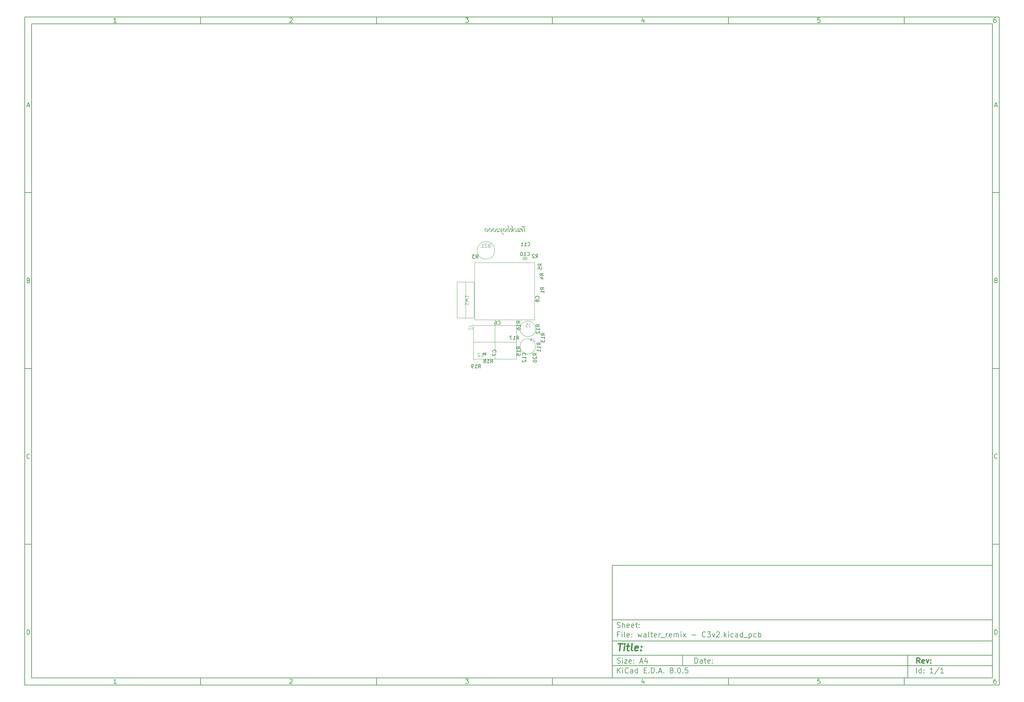
<source format=gbr>
%TF.GenerationSoftware,KiCad,Pcbnew,8.0.5*%
%TF.CreationDate,2024-12-27T02:30:01+01:00*%
%TF.ProjectId,walter_remix - C3v2,77616c74-6572-45f7-9265-6d6978202d20,rev?*%
%TF.SameCoordinates,Original*%
%TF.FileFunction,Legend,Bot*%
%TF.FilePolarity,Positive*%
%FSLAX45Y45*%
G04 Gerber Fmt 4.5, Leading zero omitted, Abs format (unit mm)*
G04 Created by KiCad (PCBNEW 8.0.5) date 2024-12-27 02:30:01*
%MOMM*%
%LPD*%
G01*
G04 APERTURE LIST*
%ADD10C,0.100000*%
%ADD11C,0.150000*%
%ADD12C,0.300000*%
%ADD13C,0.400000*%
%ADD14C,0.010000*%
%ADD15C,0.000100*%
%ADD16C,0.005000*%
G04 APERTURE END LIST*
D10*
D11*
X17700220Y-16600720D02*
X28500220Y-16600720D01*
X28500220Y-19800720D01*
X17700220Y-19800720D01*
X17700220Y-16600720D01*
D10*
D11*
X1000000Y-1000000D02*
X28700220Y-1000000D01*
X28700220Y-20000720D01*
X1000000Y-20000720D01*
X1000000Y-1000000D01*
D10*
D11*
X1200000Y-1200000D02*
X28500220Y-1200000D01*
X28500220Y-19800720D01*
X1200000Y-19800720D01*
X1200000Y-1200000D01*
D10*
D11*
X6000000Y-1200000D02*
X6000000Y-1000000D01*
D10*
D11*
X11000000Y-1200000D02*
X11000000Y-1000000D01*
D10*
D11*
X16000000Y-1200000D02*
X16000000Y-1000000D01*
D10*
D11*
X21000000Y-1200000D02*
X21000000Y-1000000D01*
D10*
D11*
X26000000Y-1200000D02*
X26000000Y-1000000D01*
D10*
D11*
X3608916Y-1159360D02*
X3534630Y-1159360D01*
X3571773Y-1159360D02*
X3571773Y-1029360D01*
X3571773Y-1029360D02*
X3559392Y-1047932D01*
X3559392Y-1047932D02*
X3547011Y-1060313D01*
X3547011Y-1060313D02*
X3534630Y-1066503D01*
D10*
D11*
X8534630Y-1041741D02*
X8540821Y-1035551D01*
X8540821Y-1035551D02*
X8553202Y-1029360D01*
X8553202Y-1029360D02*
X8584154Y-1029360D01*
X8584154Y-1029360D02*
X8596535Y-1035551D01*
X8596535Y-1035551D02*
X8602726Y-1041741D01*
X8602726Y-1041741D02*
X8608916Y-1054122D01*
X8608916Y-1054122D02*
X8608916Y-1066503D01*
X8608916Y-1066503D02*
X8602726Y-1085075D01*
X8602726Y-1085075D02*
X8528440Y-1159360D01*
X8528440Y-1159360D02*
X8608916Y-1159360D01*
D10*
D11*
X13528440Y-1029360D02*
X13608916Y-1029360D01*
X13608916Y-1029360D02*
X13565583Y-1078884D01*
X13565583Y-1078884D02*
X13584154Y-1078884D01*
X13584154Y-1078884D02*
X13596535Y-1085075D01*
X13596535Y-1085075D02*
X13602725Y-1091265D01*
X13602725Y-1091265D02*
X13608916Y-1103646D01*
X13608916Y-1103646D02*
X13608916Y-1134599D01*
X13608916Y-1134599D02*
X13602725Y-1146980D01*
X13602725Y-1146980D02*
X13596535Y-1153170D01*
X13596535Y-1153170D02*
X13584154Y-1159360D01*
X13584154Y-1159360D02*
X13547011Y-1159360D01*
X13547011Y-1159360D02*
X13534630Y-1153170D01*
X13534630Y-1153170D02*
X13528440Y-1146980D01*
D10*
D11*
X18596535Y-1072694D02*
X18596535Y-1159360D01*
X18565583Y-1023170D02*
X18534630Y-1116027D01*
X18534630Y-1116027D02*
X18615106Y-1116027D01*
D10*
D11*
X23602725Y-1029360D02*
X23540821Y-1029360D01*
X23540821Y-1029360D02*
X23534630Y-1091265D01*
X23534630Y-1091265D02*
X23540821Y-1085075D01*
X23540821Y-1085075D02*
X23553202Y-1078884D01*
X23553202Y-1078884D02*
X23584154Y-1078884D01*
X23584154Y-1078884D02*
X23596535Y-1085075D01*
X23596535Y-1085075D02*
X23602725Y-1091265D01*
X23602725Y-1091265D02*
X23608916Y-1103646D01*
X23608916Y-1103646D02*
X23608916Y-1134599D01*
X23608916Y-1134599D02*
X23602725Y-1146980D01*
X23602725Y-1146980D02*
X23596535Y-1153170D01*
X23596535Y-1153170D02*
X23584154Y-1159360D01*
X23584154Y-1159360D02*
X23553202Y-1159360D01*
X23553202Y-1159360D02*
X23540821Y-1153170D01*
X23540821Y-1153170D02*
X23534630Y-1146980D01*
D10*
D11*
X28596535Y-1029360D02*
X28571773Y-1029360D01*
X28571773Y-1029360D02*
X28559392Y-1035551D01*
X28559392Y-1035551D02*
X28553202Y-1041741D01*
X28553202Y-1041741D02*
X28540821Y-1060313D01*
X28540821Y-1060313D02*
X28534630Y-1085075D01*
X28534630Y-1085075D02*
X28534630Y-1134599D01*
X28534630Y-1134599D02*
X28540821Y-1146980D01*
X28540821Y-1146980D02*
X28547011Y-1153170D01*
X28547011Y-1153170D02*
X28559392Y-1159360D01*
X28559392Y-1159360D02*
X28584154Y-1159360D01*
X28584154Y-1159360D02*
X28596535Y-1153170D01*
X28596535Y-1153170D02*
X28602725Y-1146980D01*
X28602725Y-1146980D02*
X28608916Y-1134599D01*
X28608916Y-1134599D02*
X28608916Y-1103646D01*
X28608916Y-1103646D02*
X28602725Y-1091265D01*
X28602725Y-1091265D02*
X28596535Y-1085075D01*
X28596535Y-1085075D02*
X28584154Y-1078884D01*
X28584154Y-1078884D02*
X28559392Y-1078884D01*
X28559392Y-1078884D02*
X28547011Y-1085075D01*
X28547011Y-1085075D02*
X28540821Y-1091265D01*
X28540821Y-1091265D02*
X28534630Y-1103646D01*
D10*
D11*
X6000000Y-19800720D02*
X6000000Y-20000720D01*
D10*
D11*
X11000000Y-19800720D02*
X11000000Y-20000720D01*
D10*
D11*
X16000000Y-19800720D02*
X16000000Y-20000720D01*
D10*
D11*
X21000000Y-19800720D02*
X21000000Y-20000720D01*
D10*
D11*
X26000000Y-19800720D02*
X26000000Y-20000720D01*
D10*
D11*
X3608916Y-19960080D02*
X3534630Y-19960080D01*
X3571773Y-19960080D02*
X3571773Y-19830080D01*
X3571773Y-19830080D02*
X3559392Y-19848652D01*
X3559392Y-19848652D02*
X3547011Y-19861033D01*
X3547011Y-19861033D02*
X3534630Y-19867223D01*
D10*
D11*
X8534630Y-19842461D02*
X8540821Y-19836271D01*
X8540821Y-19836271D02*
X8553202Y-19830080D01*
X8553202Y-19830080D02*
X8584154Y-19830080D01*
X8584154Y-19830080D02*
X8596535Y-19836271D01*
X8596535Y-19836271D02*
X8602726Y-19842461D01*
X8602726Y-19842461D02*
X8608916Y-19854842D01*
X8608916Y-19854842D02*
X8608916Y-19867223D01*
X8608916Y-19867223D02*
X8602726Y-19885795D01*
X8602726Y-19885795D02*
X8528440Y-19960080D01*
X8528440Y-19960080D02*
X8608916Y-19960080D01*
D10*
D11*
X13528440Y-19830080D02*
X13608916Y-19830080D01*
X13608916Y-19830080D02*
X13565583Y-19879604D01*
X13565583Y-19879604D02*
X13584154Y-19879604D01*
X13584154Y-19879604D02*
X13596535Y-19885795D01*
X13596535Y-19885795D02*
X13602725Y-19891985D01*
X13602725Y-19891985D02*
X13608916Y-19904366D01*
X13608916Y-19904366D02*
X13608916Y-19935319D01*
X13608916Y-19935319D02*
X13602725Y-19947700D01*
X13602725Y-19947700D02*
X13596535Y-19953890D01*
X13596535Y-19953890D02*
X13584154Y-19960080D01*
X13584154Y-19960080D02*
X13547011Y-19960080D01*
X13547011Y-19960080D02*
X13534630Y-19953890D01*
X13534630Y-19953890D02*
X13528440Y-19947700D01*
D10*
D11*
X18596535Y-19873414D02*
X18596535Y-19960080D01*
X18565583Y-19823890D02*
X18534630Y-19916747D01*
X18534630Y-19916747D02*
X18615106Y-19916747D01*
D10*
D11*
X23602725Y-19830080D02*
X23540821Y-19830080D01*
X23540821Y-19830080D02*
X23534630Y-19891985D01*
X23534630Y-19891985D02*
X23540821Y-19885795D01*
X23540821Y-19885795D02*
X23553202Y-19879604D01*
X23553202Y-19879604D02*
X23584154Y-19879604D01*
X23584154Y-19879604D02*
X23596535Y-19885795D01*
X23596535Y-19885795D02*
X23602725Y-19891985D01*
X23602725Y-19891985D02*
X23608916Y-19904366D01*
X23608916Y-19904366D02*
X23608916Y-19935319D01*
X23608916Y-19935319D02*
X23602725Y-19947700D01*
X23602725Y-19947700D02*
X23596535Y-19953890D01*
X23596535Y-19953890D02*
X23584154Y-19960080D01*
X23584154Y-19960080D02*
X23553202Y-19960080D01*
X23553202Y-19960080D02*
X23540821Y-19953890D01*
X23540821Y-19953890D02*
X23534630Y-19947700D01*
D10*
D11*
X28596535Y-19830080D02*
X28571773Y-19830080D01*
X28571773Y-19830080D02*
X28559392Y-19836271D01*
X28559392Y-19836271D02*
X28553202Y-19842461D01*
X28553202Y-19842461D02*
X28540821Y-19861033D01*
X28540821Y-19861033D02*
X28534630Y-19885795D01*
X28534630Y-19885795D02*
X28534630Y-19935319D01*
X28534630Y-19935319D02*
X28540821Y-19947700D01*
X28540821Y-19947700D02*
X28547011Y-19953890D01*
X28547011Y-19953890D02*
X28559392Y-19960080D01*
X28559392Y-19960080D02*
X28584154Y-19960080D01*
X28584154Y-19960080D02*
X28596535Y-19953890D01*
X28596535Y-19953890D02*
X28602725Y-19947700D01*
X28602725Y-19947700D02*
X28608916Y-19935319D01*
X28608916Y-19935319D02*
X28608916Y-19904366D01*
X28608916Y-19904366D02*
X28602725Y-19891985D01*
X28602725Y-19891985D02*
X28596535Y-19885795D01*
X28596535Y-19885795D02*
X28584154Y-19879604D01*
X28584154Y-19879604D02*
X28559392Y-19879604D01*
X28559392Y-19879604D02*
X28547011Y-19885795D01*
X28547011Y-19885795D02*
X28540821Y-19891985D01*
X28540821Y-19891985D02*
X28534630Y-19904366D01*
D10*
D11*
X1000000Y-6000000D02*
X1200000Y-6000000D01*
D10*
D11*
X1000000Y-11000000D02*
X1200000Y-11000000D01*
D10*
D11*
X1000000Y-16000000D02*
X1200000Y-16000000D01*
D10*
D11*
X1069048Y-3522218D02*
X1130952Y-3522218D01*
X1056667Y-3559360D02*
X1100000Y-3429360D01*
X1100000Y-3429360D02*
X1143333Y-3559360D01*
D10*
D11*
X1109286Y-8491265D02*
X1127857Y-8497456D01*
X1127857Y-8497456D02*
X1134048Y-8503646D01*
X1134048Y-8503646D02*
X1140238Y-8516027D01*
X1140238Y-8516027D02*
X1140238Y-8534599D01*
X1140238Y-8534599D02*
X1134048Y-8546980D01*
X1134048Y-8546980D02*
X1127857Y-8553170D01*
X1127857Y-8553170D02*
X1115476Y-8559360D01*
X1115476Y-8559360D02*
X1065952Y-8559360D01*
X1065952Y-8559360D02*
X1065952Y-8429360D01*
X1065952Y-8429360D02*
X1109286Y-8429360D01*
X1109286Y-8429360D02*
X1121667Y-8435551D01*
X1121667Y-8435551D02*
X1127857Y-8441741D01*
X1127857Y-8441741D02*
X1134048Y-8454122D01*
X1134048Y-8454122D02*
X1134048Y-8466503D01*
X1134048Y-8466503D02*
X1127857Y-8478884D01*
X1127857Y-8478884D02*
X1121667Y-8485075D01*
X1121667Y-8485075D02*
X1109286Y-8491265D01*
X1109286Y-8491265D02*
X1065952Y-8491265D01*
D10*
D11*
X1140238Y-13546979D02*
X1134048Y-13553170D01*
X1134048Y-13553170D02*
X1115476Y-13559360D01*
X1115476Y-13559360D02*
X1103095Y-13559360D01*
X1103095Y-13559360D02*
X1084524Y-13553170D01*
X1084524Y-13553170D02*
X1072143Y-13540789D01*
X1072143Y-13540789D02*
X1065952Y-13528408D01*
X1065952Y-13528408D02*
X1059762Y-13503646D01*
X1059762Y-13503646D02*
X1059762Y-13485075D01*
X1059762Y-13485075D02*
X1065952Y-13460313D01*
X1065952Y-13460313D02*
X1072143Y-13447932D01*
X1072143Y-13447932D02*
X1084524Y-13435551D01*
X1084524Y-13435551D02*
X1103095Y-13429360D01*
X1103095Y-13429360D02*
X1115476Y-13429360D01*
X1115476Y-13429360D02*
X1134048Y-13435551D01*
X1134048Y-13435551D02*
X1140238Y-13441741D01*
D10*
D11*
X1065952Y-18559360D02*
X1065952Y-18429360D01*
X1065952Y-18429360D02*
X1096905Y-18429360D01*
X1096905Y-18429360D02*
X1115476Y-18435551D01*
X1115476Y-18435551D02*
X1127857Y-18447932D01*
X1127857Y-18447932D02*
X1134048Y-18460313D01*
X1134048Y-18460313D02*
X1140238Y-18485075D01*
X1140238Y-18485075D02*
X1140238Y-18503646D01*
X1140238Y-18503646D02*
X1134048Y-18528408D01*
X1134048Y-18528408D02*
X1127857Y-18540789D01*
X1127857Y-18540789D02*
X1115476Y-18553170D01*
X1115476Y-18553170D02*
X1096905Y-18559360D01*
X1096905Y-18559360D02*
X1065952Y-18559360D01*
D10*
D11*
X28700220Y-6000000D02*
X28500220Y-6000000D01*
D10*
D11*
X28700220Y-11000000D02*
X28500220Y-11000000D01*
D10*
D11*
X28700220Y-16000000D02*
X28500220Y-16000000D01*
D10*
D11*
X28569268Y-3522218D02*
X28631172Y-3522218D01*
X28556887Y-3559360D02*
X28600220Y-3429360D01*
X28600220Y-3429360D02*
X28643553Y-3559360D01*
D10*
D11*
X28609506Y-8491265D02*
X28628077Y-8497456D01*
X28628077Y-8497456D02*
X28634268Y-8503646D01*
X28634268Y-8503646D02*
X28640458Y-8516027D01*
X28640458Y-8516027D02*
X28640458Y-8534599D01*
X28640458Y-8534599D02*
X28634268Y-8546980D01*
X28634268Y-8546980D02*
X28628077Y-8553170D01*
X28628077Y-8553170D02*
X28615696Y-8559360D01*
X28615696Y-8559360D02*
X28566172Y-8559360D01*
X28566172Y-8559360D02*
X28566172Y-8429360D01*
X28566172Y-8429360D02*
X28609506Y-8429360D01*
X28609506Y-8429360D02*
X28621887Y-8435551D01*
X28621887Y-8435551D02*
X28628077Y-8441741D01*
X28628077Y-8441741D02*
X28634268Y-8454122D01*
X28634268Y-8454122D02*
X28634268Y-8466503D01*
X28634268Y-8466503D02*
X28628077Y-8478884D01*
X28628077Y-8478884D02*
X28621887Y-8485075D01*
X28621887Y-8485075D02*
X28609506Y-8491265D01*
X28609506Y-8491265D02*
X28566172Y-8491265D01*
D10*
D11*
X28640458Y-13546979D02*
X28634268Y-13553170D01*
X28634268Y-13553170D02*
X28615696Y-13559360D01*
X28615696Y-13559360D02*
X28603315Y-13559360D01*
X28603315Y-13559360D02*
X28584744Y-13553170D01*
X28584744Y-13553170D02*
X28572363Y-13540789D01*
X28572363Y-13540789D02*
X28566172Y-13528408D01*
X28566172Y-13528408D02*
X28559982Y-13503646D01*
X28559982Y-13503646D02*
X28559982Y-13485075D01*
X28559982Y-13485075D02*
X28566172Y-13460313D01*
X28566172Y-13460313D02*
X28572363Y-13447932D01*
X28572363Y-13447932D02*
X28584744Y-13435551D01*
X28584744Y-13435551D02*
X28603315Y-13429360D01*
X28603315Y-13429360D02*
X28615696Y-13429360D01*
X28615696Y-13429360D02*
X28634268Y-13435551D01*
X28634268Y-13435551D02*
X28640458Y-13441741D01*
D10*
D11*
X28566172Y-18559360D02*
X28566172Y-18429360D01*
X28566172Y-18429360D02*
X28597125Y-18429360D01*
X28597125Y-18429360D02*
X28615696Y-18435551D01*
X28615696Y-18435551D02*
X28628077Y-18447932D01*
X28628077Y-18447932D02*
X28634268Y-18460313D01*
X28634268Y-18460313D02*
X28640458Y-18485075D01*
X28640458Y-18485075D02*
X28640458Y-18503646D01*
X28640458Y-18503646D02*
X28634268Y-18528408D01*
X28634268Y-18528408D02*
X28628077Y-18540789D01*
X28628077Y-18540789D02*
X28615696Y-18553170D01*
X28615696Y-18553170D02*
X28597125Y-18559360D01*
X28597125Y-18559360D02*
X28566172Y-18559360D01*
D10*
D11*
X20045803Y-19379333D02*
X20045803Y-19229333D01*
X20045803Y-19229333D02*
X20081517Y-19229333D01*
X20081517Y-19229333D02*
X20102946Y-19236476D01*
X20102946Y-19236476D02*
X20117231Y-19250761D01*
X20117231Y-19250761D02*
X20124374Y-19265047D01*
X20124374Y-19265047D02*
X20131517Y-19293619D01*
X20131517Y-19293619D02*
X20131517Y-19315047D01*
X20131517Y-19315047D02*
X20124374Y-19343619D01*
X20124374Y-19343619D02*
X20117231Y-19357904D01*
X20117231Y-19357904D02*
X20102946Y-19372190D01*
X20102946Y-19372190D02*
X20081517Y-19379333D01*
X20081517Y-19379333D02*
X20045803Y-19379333D01*
X20260088Y-19379333D02*
X20260088Y-19300761D01*
X20260088Y-19300761D02*
X20252946Y-19286476D01*
X20252946Y-19286476D02*
X20238660Y-19279333D01*
X20238660Y-19279333D02*
X20210088Y-19279333D01*
X20210088Y-19279333D02*
X20195803Y-19286476D01*
X20260088Y-19372190D02*
X20245803Y-19379333D01*
X20245803Y-19379333D02*
X20210088Y-19379333D01*
X20210088Y-19379333D02*
X20195803Y-19372190D01*
X20195803Y-19372190D02*
X20188660Y-19357904D01*
X20188660Y-19357904D02*
X20188660Y-19343619D01*
X20188660Y-19343619D02*
X20195803Y-19329333D01*
X20195803Y-19329333D02*
X20210088Y-19322190D01*
X20210088Y-19322190D02*
X20245803Y-19322190D01*
X20245803Y-19322190D02*
X20260088Y-19315047D01*
X20310088Y-19279333D02*
X20367231Y-19279333D01*
X20331517Y-19229333D02*
X20331517Y-19357904D01*
X20331517Y-19357904D02*
X20338660Y-19372190D01*
X20338660Y-19372190D02*
X20352946Y-19379333D01*
X20352946Y-19379333D02*
X20367231Y-19379333D01*
X20474374Y-19372190D02*
X20460088Y-19379333D01*
X20460088Y-19379333D02*
X20431517Y-19379333D01*
X20431517Y-19379333D02*
X20417231Y-19372190D01*
X20417231Y-19372190D02*
X20410088Y-19357904D01*
X20410088Y-19357904D02*
X20410088Y-19300761D01*
X20410088Y-19300761D02*
X20417231Y-19286476D01*
X20417231Y-19286476D02*
X20431517Y-19279333D01*
X20431517Y-19279333D02*
X20460088Y-19279333D01*
X20460088Y-19279333D02*
X20474374Y-19286476D01*
X20474374Y-19286476D02*
X20481517Y-19300761D01*
X20481517Y-19300761D02*
X20481517Y-19315047D01*
X20481517Y-19315047D02*
X20410088Y-19329333D01*
X20545803Y-19365047D02*
X20552946Y-19372190D01*
X20552946Y-19372190D02*
X20545803Y-19379333D01*
X20545803Y-19379333D02*
X20538660Y-19372190D01*
X20538660Y-19372190D02*
X20545803Y-19365047D01*
X20545803Y-19365047D02*
X20545803Y-19379333D01*
X20545803Y-19286476D02*
X20552946Y-19293619D01*
X20552946Y-19293619D02*
X20545803Y-19300761D01*
X20545803Y-19300761D02*
X20538660Y-19293619D01*
X20538660Y-19293619D02*
X20545803Y-19286476D01*
X20545803Y-19286476D02*
X20545803Y-19300761D01*
D10*
D11*
X17700220Y-19450720D02*
X28500220Y-19450720D01*
D10*
D11*
X17845803Y-19659333D02*
X17845803Y-19509333D01*
X17931517Y-19659333D02*
X17867231Y-19573619D01*
X17931517Y-19509333D02*
X17845803Y-19595047D01*
X17995803Y-19659333D02*
X17995803Y-19559333D01*
X17995803Y-19509333D02*
X17988660Y-19516476D01*
X17988660Y-19516476D02*
X17995803Y-19523619D01*
X17995803Y-19523619D02*
X18002946Y-19516476D01*
X18002946Y-19516476D02*
X17995803Y-19509333D01*
X17995803Y-19509333D02*
X17995803Y-19523619D01*
X18152946Y-19645047D02*
X18145803Y-19652190D01*
X18145803Y-19652190D02*
X18124374Y-19659333D01*
X18124374Y-19659333D02*
X18110088Y-19659333D01*
X18110088Y-19659333D02*
X18088660Y-19652190D01*
X18088660Y-19652190D02*
X18074374Y-19637904D01*
X18074374Y-19637904D02*
X18067231Y-19623619D01*
X18067231Y-19623619D02*
X18060088Y-19595047D01*
X18060088Y-19595047D02*
X18060088Y-19573619D01*
X18060088Y-19573619D02*
X18067231Y-19545047D01*
X18067231Y-19545047D02*
X18074374Y-19530761D01*
X18074374Y-19530761D02*
X18088660Y-19516476D01*
X18088660Y-19516476D02*
X18110088Y-19509333D01*
X18110088Y-19509333D02*
X18124374Y-19509333D01*
X18124374Y-19509333D02*
X18145803Y-19516476D01*
X18145803Y-19516476D02*
X18152946Y-19523619D01*
X18281517Y-19659333D02*
X18281517Y-19580761D01*
X18281517Y-19580761D02*
X18274374Y-19566476D01*
X18274374Y-19566476D02*
X18260088Y-19559333D01*
X18260088Y-19559333D02*
X18231517Y-19559333D01*
X18231517Y-19559333D02*
X18217231Y-19566476D01*
X18281517Y-19652190D02*
X18267231Y-19659333D01*
X18267231Y-19659333D02*
X18231517Y-19659333D01*
X18231517Y-19659333D02*
X18217231Y-19652190D01*
X18217231Y-19652190D02*
X18210088Y-19637904D01*
X18210088Y-19637904D02*
X18210088Y-19623619D01*
X18210088Y-19623619D02*
X18217231Y-19609333D01*
X18217231Y-19609333D02*
X18231517Y-19602190D01*
X18231517Y-19602190D02*
X18267231Y-19602190D01*
X18267231Y-19602190D02*
X18281517Y-19595047D01*
X18417231Y-19659333D02*
X18417231Y-19509333D01*
X18417231Y-19652190D02*
X18402946Y-19659333D01*
X18402946Y-19659333D02*
X18374374Y-19659333D01*
X18374374Y-19659333D02*
X18360088Y-19652190D01*
X18360088Y-19652190D02*
X18352946Y-19645047D01*
X18352946Y-19645047D02*
X18345803Y-19630761D01*
X18345803Y-19630761D02*
X18345803Y-19587904D01*
X18345803Y-19587904D02*
X18352946Y-19573619D01*
X18352946Y-19573619D02*
X18360088Y-19566476D01*
X18360088Y-19566476D02*
X18374374Y-19559333D01*
X18374374Y-19559333D02*
X18402946Y-19559333D01*
X18402946Y-19559333D02*
X18417231Y-19566476D01*
X18602946Y-19580761D02*
X18652946Y-19580761D01*
X18674374Y-19659333D02*
X18602946Y-19659333D01*
X18602946Y-19659333D02*
X18602946Y-19509333D01*
X18602946Y-19509333D02*
X18674374Y-19509333D01*
X18738660Y-19645047D02*
X18745803Y-19652190D01*
X18745803Y-19652190D02*
X18738660Y-19659333D01*
X18738660Y-19659333D02*
X18731517Y-19652190D01*
X18731517Y-19652190D02*
X18738660Y-19645047D01*
X18738660Y-19645047D02*
X18738660Y-19659333D01*
X18810088Y-19659333D02*
X18810088Y-19509333D01*
X18810088Y-19509333D02*
X18845803Y-19509333D01*
X18845803Y-19509333D02*
X18867231Y-19516476D01*
X18867231Y-19516476D02*
X18881517Y-19530761D01*
X18881517Y-19530761D02*
X18888660Y-19545047D01*
X18888660Y-19545047D02*
X18895803Y-19573619D01*
X18895803Y-19573619D02*
X18895803Y-19595047D01*
X18895803Y-19595047D02*
X18888660Y-19623619D01*
X18888660Y-19623619D02*
X18881517Y-19637904D01*
X18881517Y-19637904D02*
X18867231Y-19652190D01*
X18867231Y-19652190D02*
X18845803Y-19659333D01*
X18845803Y-19659333D02*
X18810088Y-19659333D01*
X18960088Y-19645047D02*
X18967231Y-19652190D01*
X18967231Y-19652190D02*
X18960088Y-19659333D01*
X18960088Y-19659333D02*
X18952946Y-19652190D01*
X18952946Y-19652190D02*
X18960088Y-19645047D01*
X18960088Y-19645047D02*
X18960088Y-19659333D01*
X19024374Y-19616476D02*
X19095803Y-19616476D01*
X19010089Y-19659333D02*
X19060089Y-19509333D01*
X19060089Y-19509333D02*
X19110089Y-19659333D01*
X19160088Y-19645047D02*
X19167231Y-19652190D01*
X19167231Y-19652190D02*
X19160088Y-19659333D01*
X19160088Y-19659333D02*
X19152946Y-19652190D01*
X19152946Y-19652190D02*
X19160088Y-19645047D01*
X19160088Y-19645047D02*
X19160088Y-19659333D01*
X19367231Y-19573619D02*
X19352946Y-19566476D01*
X19352946Y-19566476D02*
X19345803Y-19559333D01*
X19345803Y-19559333D02*
X19338660Y-19545047D01*
X19338660Y-19545047D02*
X19338660Y-19537904D01*
X19338660Y-19537904D02*
X19345803Y-19523619D01*
X19345803Y-19523619D02*
X19352946Y-19516476D01*
X19352946Y-19516476D02*
X19367231Y-19509333D01*
X19367231Y-19509333D02*
X19395803Y-19509333D01*
X19395803Y-19509333D02*
X19410089Y-19516476D01*
X19410089Y-19516476D02*
X19417231Y-19523619D01*
X19417231Y-19523619D02*
X19424374Y-19537904D01*
X19424374Y-19537904D02*
X19424374Y-19545047D01*
X19424374Y-19545047D02*
X19417231Y-19559333D01*
X19417231Y-19559333D02*
X19410089Y-19566476D01*
X19410089Y-19566476D02*
X19395803Y-19573619D01*
X19395803Y-19573619D02*
X19367231Y-19573619D01*
X19367231Y-19573619D02*
X19352946Y-19580761D01*
X19352946Y-19580761D02*
X19345803Y-19587904D01*
X19345803Y-19587904D02*
X19338660Y-19602190D01*
X19338660Y-19602190D02*
X19338660Y-19630761D01*
X19338660Y-19630761D02*
X19345803Y-19645047D01*
X19345803Y-19645047D02*
X19352946Y-19652190D01*
X19352946Y-19652190D02*
X19367231Y-19659333D01*
X19367231Y-19659333D02*
X19395803Y-19659333D01*
X19395803Y-19659333D02*
X19410089Y-19652190D01*
X19410089Y-19652190D02*
X19417231Y-19645047D01*
X19417231Y-19645047D02*
X19424374Y-19630761D01*
X19424374Y-19630761D02*
X19424374Y-19602190D01*
X19424374Y-19602190D02*
X19417231Y-19587904D01*
X19417231Y-19587904D02*
X19410089Y-19580761D01*
X19410089Y-19580761D02*
X19395803Y-19573619D01*
X19488660Y-19645047D02*
X19495803Y-19652190D01*
X19495803Y-19652190D02*
X19488660Y-19659333D01*
X19488660Y-19659333D02*
X19481517Y-19652190D01*
X19481517Y-19652190D02*
X19488660Y-19645047D01*
X19488660Y-19645047D02*
X19488660Y-19659333D01*
X19588660Y-19509333D02*
X19602946Y-19509333D01*
X19602946Y-19509333D02*
X19617231Y-19516476D01*
X19617231Y-19516476D02*
X19624374Y-19523619D01*
X19624374Y-19523619D02*
X19631517Y-19537904D01*
X19631517Y-19537904D02*
X19638660Y-19566476D01*
X19638660Y-19566476D02*
X19638660Y-19602190D01*
X19638660Y-19602190D02*
X19631517Y-19630761D01*
X19631517Y-19630761D02*
X19624374Y-19645047D01*
X19624374Y-19645047D02*
X19617231Y-19652190D01*
X19617231Y-19652190D02*
X19602946Y-19659333D01*
X19602946Y-19659333D02*
X19588660Y-19659333D01*
X19588660Y-19659333D02*
X19574374Y-19652190D01*
X19574374Y-19652190D02*
X19567231Y-19645047D01*
X19567231Y-19645047D02*
X19560088Y-19630761D01*
X19560088Y-19630761D02*
X19552946Y-19602190D01*
X19552946Y-19602190D02*
X19552946Y-19566476D01*
X19552946Y-19566476D02*
X19560088Y-19537904D01*
X19560088Y-19537904D02*
X19567231Y-19523619D01*
X19567231Y-19523619D02*
X19574374Y-19516476D01*
X19574374Y-19516476D02*
X19588660Y-19509333D01*
X19702946Y-19645047D02*
X19710088Y-19652190D01*
X19710088Y-19652190D02*
X19702946Y-19659333D01*
X19702946Y-19659333D02*
X19695803Y-19652190D01*
X19695803Y-19652190D02*
X19702946Y-19645047D01*
X19702946Y-19645047D02*
X19702946Y-19659333D01*
X19845803Y-19509333D02*
X19774374Y-19509333D01*
X19774374Y-19509333D02*
X19767231Y-19580761D01*
X19767231Y-19580761D02*
X19774374Y-19573619D01*
X19774374Y-19573619D02*
X19788660Y-19566476D01*
X19788660Y-19566476D02*
X19824374Y-19566476D01*
X19824374Y-19566476D02*
X19838660Y-19573619D01*
X19838660Y-19573619D02*
X19845803Y-19580761D01*
X19845803Y-19580761D02*
X19852946Y-19595047D01*
X19852946Y-19595047D02*
X19852946Y-19630761D01*
X19852946Y-19630761D02*
X19845803Y-19645047D01*
X19845803Y-19645047D02*
X19838660Y-19652190D01*
X19838660Y-19652190D02*
X19824374Y-19659333D01*
X19824374Y-19659333D02*
X19788660Y-19659333D01*
X19788660Y-19659333D02*
X19774374Y-19652190D01*
X19774374Y-19652190D02*
X19767231Y-19645047D01*
D10*
D11*
X17700220Y-19150720D02*
X28500220Y-19150720D01*
D10*
D12*
X26441385Y-19378553D02*
X26391385Y-19307124D01*
X26355671Y-19378553D02*
X26355671Y-19228553D01*
X26355671Y-19228553D02*
X26412814Y-19228553D01*
X26412814Y-19228553D02*
X26427100Y-19235696D01*
X26427100Y-19235696D02*
X26434242Y-19242839D01*
X26434242Y-19242839D02*
X26441385Y-19257124D01*
X26441385Y-19257124D02*
X26441385Y-19278553D01*
X26441385Y-19278553D02*
X26434242Y-19292839D01*
X26434242Y-19292839D02*
X26427100Y-19299981D01*
X26427100Y-19299981D02*
X26412814Y-19307124D01*
X26412814Y-19307124D02*
X26355671Y-19307124D01*
X26562814Y-19371410D02*
X26548528Y-19378553D01*
X26548528Y-19378553D02*
X26519957Y-19378553D01*
X26519957Y-19378553D02*
X26505671Y-19371410D01*
X26505671Y-19371410D02*
X26498528Y-19357124D01*
X26498528Y-19357124D02*
X26498528Y-19299981D01*
X26498528Y-19299981D02*
X26505671Y-19285696D01*
X26505671Y-19285696D02*
X26519957Y-19278553D01*
X26519957Y-19278553D02*
X26548528Y-19278553D01*
X26548528Y-19278553D02*
X26562814Y-19285696D01*
X26562814Y-19285696D02*
X26569957Y-19299981D01*
X26569957Y-19299981D02*
X26569957Y-19314267D01*
X26569957Y-19314267D02*
X26498528Y-19328553D01*
X26619957Y-19278553D02*
X26655671Y-19378553D01*
X26655671Y-19378553D02*
X26691385Y-19278553D01*
X26748528Y-19364267D02*
X26755671Y-19371410D01*
X26755671Y-19371410D02*
X26748528Y-19378553D01*
X26748528Y-19378553D02*
X26741385Y-19371410D01*
X26741385Y-19371410D02*
X26748528Y-19364267D01*
X26748528Y-19364267D02*
X26748528Y-19378553D01*
X26748528Y-19285696D02*
X26755671Y-19292839D01*
X26755671Y-19292839D02*
X26748528Y-19299981D01*
X26748528Y-19299981D02*
X26741385Y-19292839D01*
X26741385Y-19292839D02*
X26748528Y-19285696D01*
X26748528Y-19285696D02*
X26748528Y-19299981D01*
D10*
D11*
X17838660Y-19372190D02*
X17860088Y-19379333D01*
X17860088Y-19379333D02*
X17895803Y-19379333D01*
X17895803Y-19379333D02*
X17910088Y-19372190D01*
X17910088Y-19372190D02*
X17917231Y-19365047D01*
X17917231Y-19365047D02*
X17924374Y-19350761D01*
X17924374Y-19350761D02*
X17924374Y-19336476D01*
X17924374Y-19336476D02*
X17917231Y-19322190D01*
X17917231Y-19322190D02*
X17910088Y-19315047D01*
X17910088Y-19315047D02*
X17895803Y-19307904D01*
X17895803Y-19307904D02*
X17867231Y-19300761D01*
X17867231Y-19300761D02*
X17852946Y-19293619D01*
X17852946Y-19293619D02*
X17845803Y-19286476D01*
X17845803Y-19286476D02*
X17838660Y-19272190D01*
X17838660Y-19272190D02*
X17838660Y-19257904D01*
X17838660Y-19257904D02*
X17845803Y-19243619D01*
X17845803Y-19243619D02*
X17852946Y-19236476D01*
X17852946Y-19236476D02*
X17867231Y-19229333D01*
X17867231Y-19229333D02*
X17902946Y-19229333D01*
X17902946Y-19229333D02*
X17924374Y-19236476D01*
X17988660Y-19379333D02*
X17988660Y-19279333D01*
X17988660Y-19229333D02*
X17981517Y-19236476D01*
X17981517Y-19236476D02*
X17988660Y-19243619D01*
X17988660Y-19243619D02*
X17995803Y-19236476D01*
X17995803Y-19236476D02*
X17988660Y-19229333D01*
X17988660Y-19229333D02*
X17988660Y-19243619D01*
X18045803Y-19279333D02*
X18124374Y-19279333D01*
X18124374Y-19279333D02*
X18045803Y-19379333D01*
X18045803Y-19379333D02*
X18124374Y-19379333D01*
X18238660Y-19372190D02*
X18224374Y-19379333D01*
X18224374Y-19379333D02*
X18195803Y-19379333D01*
X18195803Y-19379333D02*
X18181517Y-19372190D01*
X18181517Y-19372190D02*
X18174374Y-19357904D01*
X18174374Y-19357904D02*
X18174374Y-19300761D01*
X18174374Y-19300761D02*
X18181517Y-19286476D01*
X18181517Y-19286476D02*
X18195803Y-19279333D01*
X18195803Y-19279333D02*
X18224374Y-19279333D01*
X18224374Y-19279333D02*
X18238660Y-19286476D01*
X18238660Y-19286476D02*
X18245803Y-19300761D01*
X18245803Y-19300761D02*
X18245803Y-19315047D01*
X18245803Y-19315047D02*
X18174374Y-19329333D01*
X18310088Y-19365047D02*
X18317231Y-19372190D01*
X18317231Y-19372190D02*
X18310088Y-19379333D01*
X18310088Y-19379333D02*
X18302946Y-19372190D01*
X18302946Y-19372190D02*
X18310088Y-19365047D01*
X18310088Y-19365047D02*
X18310088Y-19379333D01*
X18310088Y-19286476D02*
X18317231Y-19293619D01*
X18317231Y-19293619D02*
X18310088Y-19300761D01*
X18310088Y-19300761D02*
X18302946Y-19293619D01*
X18302946Y-19293619D02*
X18310088Y-19286476D01*
X18310088Y-19286476D02*
X18310088Y-19300761D01*
X18488660Y-19336476D02*
X18560088Y-19336476D01*
X18474374Y-19379333D02*
X18524374Y-19229333D01*
X18524374Y-19229333D02*
X18574374Y-19379333D01*
X18688660Y-19279333D02*
X18688660Y-19379333D01*
X18652946Y-19222190D02*
X18617231Y-19329333D01*
X18617231Y-19329333D02*
X18710088Y-19329333D01*
D10*
D11*
X26345803Y-19659333D02*
X26345803Y-19509333D01*
X26481517Y-19659333D02*
X26481517Y-19509333D01*
X26481517Y-19652190D02*
X26467231Y-19659333D01*
X26467231Y-19659333D02*
X26438660Y-19659333D01*
X26438660Y-19659333D02*
X26424374Y-19652190D01*
X26424374Y-19652190D02*
X26417231Y-19645047D01*
X26417231Y-19645047D02*
X26410088Y-19630761D01*
X26410088Y-19630761D02*
X26410088Y-19587904D01*
X26410088Y-19587904D02*
X26417231Y-19573619D01*
X26417231Y-19573619D02*
X26424374Y-19566476D01*
X26424374Y-19566476D02*
X26438660Y-19559333D01*
X26438660Y-19559333D02*
X26467231Y-19559333D01*
X26467231Y-19559333D02*
X26481517Y-19566476D01*
X26552945Y-19645047D02*
X26560088Y-19652190D01*
X26560088Y-19652190D02*
X26552945Y-19659333D01*
X26552945Y-19659333D02*
X26545803Y-19652190D01*
X26545803Y-19652190D02*
X26552945Y-19645047D01*
X26552945Y-19645047D02*
X26552945Y-19659333D01*
X26552945Y-19566476D02*
X26560088Y-19573619D01*
X26560088Y-19573619D02*
X26552945Y-19580761D01*
X26552945Y-19580761D02*
X26545803Y-19573619D01*
X26545803Y-19573619D02*
X26552945Y-19566476D01*
X26552945Y-19566476D02*
X26552945Y-19580761D01*
X26817231Y-19659333D02*
X26731517Y-19659333D01*
X26774374Y-19659333D02*
X26774374Y-19509333D01*
X26774374Y-19509333D02*
X26760088Y-19530761D01*
X26760088Y-19530761D02*
X26745803Y-19545047D01*
X26745803Y-19545047D02*
X26731517Y-19552190D01*
X26988660Y-19502190D02*
X26860088Y-19695047D01*
X27117231Y-19659333D02*
X27031517Y-19659333D01*
X27074374Y-19659333D02*
X27074374Y-19509333D01*
X27074374Y-19509333D02*
X27060088Y-19530761D01*
X27060088Y-19530761D02*
X27045803Y-19545047D01*
X27045803Y-19545047D02*
X27031517Y-19552190D01*
D10*
D11*
X17700220Y-18750720D02*
X28500220Y-18750720D01*
D10*
D13*
X17869393Y-18821164D02*
X17983679Y-18821164D01*
X17901536Y-19021164D02*
X17926536Y-18821164D01*
X18025345Y-19021164D02*
X18042012Y-18887830D01*
X18050345Y-18821164D02*
X18039631Y-18830688D01*
X18039631Y-18830688D02*
X18047964Y-18840211D01*
X18047964Y-18840211D02*
X18058679Y-18830688D01*
X18058679Y-18830688D02*
X18050345Y-18821164D01*
X18050345Y-18821164D02*
X18047964Y-18840211D01*
X18108679Y-18887830D02*
X18184869Y-18887830D01*
X18145583Y-18821164D02*
X18124155Y-18992592D01*
X18124155Y-18992592D02*
X18131298Y-19011640D01*
X18131298Y-19011640D02*
X18149155Y-19021164D01*
X18149155Y-19021164D02*
X18168202Y-19021164D01*
X18263441Y-19021164D02*
X18245583Y-19011640D01*
X18245583Y-19011640D02*
X18238441Y-18992592D01*
X18238441Y-18992592D02*
X18259869Y-18821164D01*
X18417012Y-19011640D02*
X18396774Y-19021164D01*
X18396774Y-19021164D02*
X18358679Y-19021164D01*
X18358679Y-19021164D02*
X18340821Y-19011640D01*
X18340821Y-19011640D02*
X18333679Y-18992592D01*
X18333679Y-18992592D02*
X18343202Y-18916402D01*
X18343202Y-18916402D02*
X18355107Y-18897354D01*
X18355107Y-18897354D02*
X18375345Y-18887830D01*
X18375345Y-18887830D02*
X18413440Y-18887830D01*
X18413440Y-18887830D02*
X18431298Y-18897354D01*
X18431298Y-18897354D02*
X18438440Y-18916402D01*
X18438440Y-18916402D02*
X18436060Y-18935450D01*
X18436060Y-18935450D02*
X18338440Y-18954497D01*
X18513441Y-19002116D02*
X18521774Y-19011640D01*
X18521774Y-19011640D02*
X18511060Y-19021164D01*
X18511060Y-19021164D02*
X18502726Y-19011640D01*
X18502726Y-19011640D02*
X18513441Y-19002116D01*
X18513441Y-19002116D02*
X18511060Y-19021164D01*
X18526536Y-18897354D02*
X18534869Y-18906878D01*
X18534869Y-18906878D02*
X18524155Y-18916402D01*
X18524155Y-18916402D02*
X18515821Y-18906878D01*
X18515821Y-18906878D02*
X18526536Y-18897354D01*
X18526536Y-18897354D02*
X18524155Y-18916402D01*
D10*
D11*
X17895803Y-18560761D02*
X17845803Y-18560761D01*
X17845803Y-18639333D02*
X17845803Y-18489333D01*
X17845803Y-18489333D02*
X17917231Y-18489333D01*
X17974374Y-18639333D02*
X17974374Y-18539333D01*
X17974374Y-18489333D02*
X17967231Y-18496476D01*
X17967231Y-18496476D02*
X17974374Y-18503619D01*
X17974374Y-18503619D02*
X17981517Y-18496476D01*
X17981517Y-18496476D02*
X17974374Y-18489333D01*
X17974374Y-18489333D02*
X17974374Y-18503619D01*
X18067231Y-18639333D02*
X18052946Y-18632190D01*
X18052946Y-18632190D02*
X18045803Y-18617904D01*
X18045803Y-18617904D02*
X18045803Y-18489333D01*
X18181517Y-18632190D02*
X18167231Y-18639333D01*
X18167231Y-18639333D02*
X18138660Y-18639333D01*
X18138660Y-18639333D02*
X18124374Y-18632190D01*
X18124374Y-18632190D02*
X18117231Y-18617904D01*
X18117231Y-18617904D02*
X18117231Y-18560761D01*
X18117231Y-18560761D02*
X18124374Y-18546476D01*
X18124374Y-18546476D02*
X18138660Y-18539333D01*
X18138660Y-18539333D02*
X18167231Y-18539333D01*
X18167231Y-18539333D02*
X18181517Y-18546476D01*
X18181517Y-18546476D02*
X18188660Y-18560761D01*
X18188660Y-18560761D02*
X18188660Y-18575047D01*
X18188660Y-18575047D02*
X18117231Y-18589333D01*
X18252945Y-18625047D02*
X18260088Y-18632190D01*
X18260088Y-18632190D02*
X18252945Y-18639333D01*
X18252945Y-18639333D02*
X18245803Y-18632190D01*
X18245803Y-18632190D02*
X18252945Y-18625047D01*
X18252945Y-18625047D02*
X18252945Y-18639333D01*
X18252945Y-18546476D02*
X18260088Y-18553619D01*
X18260088Y-18553619D02*
X18252945Y-18560761D01*
X18252945Y-18560761D02*
X18245803Y-18553619D01*
X18245803Y-18553619D02*
X18252945Y-18546476D01*
X18252945Y-18546476D02*
X18252945Y-18560761D01*
X18424374Y-18539333D02*
X18452946Y-18639333D01*
X18452946Y-18639333D02*
X18481517Y-18567904D01*
X18481517Y-18567904D02*
X18510088Y-18639333D01*
X18510088Y-18639333D02*
X18538660Y-18539333D01*
X18660088Y-18639333D02*
X18660088Y-18560761D01*
X18660088Y-18560761D02*
X18652946Y-18546476D01*
X18652946Y-18546476D02*
X18638660Y-18539333D01*
X18638660Y-18539333D02*
X18610088Y-18539333D01*
X18610088Y-18539333D02*
X18595803Y-18546476D01*
X18660088Y-18632190D02*
X18645803Y-18639333D01*
X18645803Y-18639333D02*
X18610088Y-18639333D01*
X18610088Y-18639333D02*
X18595803Y-18632190D01*
X18595803Y-18632190D02*
X18588660Y-18617904D01*
X18588660Y-18617904D02*
X18588660Y-18603619D01*
X18588660Y-18603619D02*
X18595803Y-18589333D01*
X18595803Y-18589333D02*
X18610088Y-18582190D01*
X18610088Y-18582190D02*
X18645803Y-18582190D01*
X18645803Y-18582190D02*
X18660088Y-18575047D01*
X18752946Y-18639333D02*
X18738660Y-18632190D01*
X18738660Y-18632190D02*
X18731517Y-18617904D01*
X18731517Y-18617904D02*
X18731517Y-18489333D01*
X18788660Y-18539333D02*
X18845803Y-18539333D01*
X18810088Y-18489333D02*
X18810088Y-18617904D01*
X18810088Y-18617904D02*
X18817231Y-18632190D01*
X18817231Y-18632190D02*
X18831517Y-18639333D01*
X18831517Y-18639333D02*
X18845803Y-18639333D01*
X18952946Y-18632190D02*
X18938660Y-18639333D01*
X18938660Y-18639333D02*
X18910088Y-18639333D01*
X18910088Y-18639333D02*
X18895803Y-18632190D01*
X18895803Y-18632190D02*
X18888660Y-18617904D01*
X18888660Y-18617904D02*
X18888660Y-18560761D01*
X18888660Y-18560761D02*
X18895803Y-18546476D01*
X18895803Y-18546476D02*
X18910088Y-18539333D01*
X18910088Y-18539333D02*
X18938660Y-18539333D01*
X18938660Y-18539333D02*
X18952946Y-18546476D01*
X18952946Y-18546476D02*
X18960088Y-18560761D01*
X18960088Y-18560761D02*
X18960088Y-18575047D01*
X18960088Y-18575047D02*
X18888660Y-18589333D01*
X19024374Y-18639333D02*
X19024374Y-18539333D01*
X19024374Y-18567904D02*
X19031517Y-18553619D01*
X19031517Y-18553619D02*
X19038660Y-18546476D01*
X19038660Y-18546476D02*
X19052946Y-18539333D01*
X19052946Y-18539333D02*
X19067231Y-18539333D01*
X19081517Y-18653619D02*
X19195803Y-18653619D01*
X19231517Y-18639333D02*
X19231517Y-18539333D01*
X19231517Y-18567904D02*
X19238660Y-18553619D01*
X19238660Y-18553619D02*
X19245803Y-18546476D01*
X19245803Y-18546476D02*
X19260088Y-18539333D01*
X19260088Y-18539333D02*
X19274374Y-18539333D01*
X19381517Y-18632190D02*
X19367231Y-18639333D01*
X19367231Y-18639333D02*
X19338660Y-18639333D01*
X19338660Y-18639333D02*
X19324374Y-18632190D01*
X19324374Y-18632190D02*
X19317231Y-18617904D01*
X19317231Y-18617904D02*
X19317231Y-18560761D01*
X19317231Y-18560761D02*
X19324374Y-18546476D01*
X19324374Y-18546476D02*
X19338660Y-18539333D01*
X19338660Y-18539333D02*
X19367231Y-18539333D01*
X19367231Y-18539333D02*
X19381517Y-18546476D01*
X19381517Y-18546476D02*
X19388660Y-18560761D01*
X19388660Y-18560761D02*
X19388660Y-18575047D01*
X19388660Y-18575047D02*
X19317231Y-18589333D01*
X19452945Y-18639333D02*
X19452945Y-18539333D01*
X19452945Y-18553619D02*
X19460088Y-18546476D01*
X19460088Y-18546476D02*
X19474374Y-18539333D01*
X19474374Y-18539333D02*
X19495803Y-18539333D01*
X19495803Y-18539333D02*
X19510088Y-18546476D01*
X19510088Y-18546476D02*
X19517231Y-18560761D01*
X19517231Y-18560761D02*
X19517231Y-18639333D01*
X19517231Y-18560761D02*
X19524374Y-18546476D01*
X19524374Y-18546476D02*
X19538660Y-18539333D01*
X19538660Y-18539333D02*
X19560088Y-18539333D01*
X19560088Y-18539333D02*
X19574374Y-18546476D01*
X19574374Y-18546476D02*
X19581517Y-18560761D01*
X19581517Y-18560761D02*
X19581517Y-18639333D01*
X19652945Y-18639333D02*
X19652945Y-18539333D01*
X19652945Y-18489333D02*
X19645803Y-18496476D01*
X19645803Y-18496476D02*
X19652945Y-18503619D01*
X19652945Y-18503619D02*
X19660088Y-18496476D01*
X19660088Y-18496476D02*
X19652945Y-18489333D01*
X19652945Y-18489333D02*
X19652945Y-18503619D01*
X19710088Y-18639333D02*
X19788660Y-18539333D01*
X19710088Y-18539333D02*
X19788660Y-18639333D01*
X19960088Y-18582190D02*
X20074374Y-18582190D01*
X20345803Y-18625047D02*
X20338660Y-18632190D01*
X20338660Y-18632190D02*
X20317231Y-18639333D01*
X20317231Y-18639333D02*
X20302945Y-18639333D01*
X20302945Y-18639333D02*
X20281517Y-18632190D01*
X20281517Y-18632190D02*
X20267231Y-18617904D01*
X20267231Y-18617904D02*
X20260088Y-18603619D01*
X20260088Y-18603619D02*
X20252945Y-18575047D01*
X20252945Y-18575047D02*
X20252945Y-18553619D01*
X20252945Y-18553619D02*
X20260088Y-18525047D01*
X20260088Y-18525047D02*
X20267231Y-18510761D01*
X20267231Y-18510761D02*
X20281517Y-18496476D01*
X20281517Y-18496476D02*
X20302945Y-18489333D01*
X20302945Y-18489333D02*
X20317231Y-18489333D01*
X20317231Y-18489333D02*
X20338660Y-18496476D01*
X20338660Y-18496476D02*
X20345803Y-18503619D01*
X20395803Y-18489333D02*
X20488660Y-18489333D01*
X20488660Y-18489333D02*
X20438660Y-18546476D01*
X20438660Y-18546476D02*
X20460088Y-18546476D01*
X20460088Y-18546476D02*
X20474374Y-18553619D01*
X20474374Y-18553619D02*
X20481517Y-18560761D01*
X20481517Y-18560761D02*
X20488660Y-18575047D01*
X20488660Y-18575047D02*
X20488660Y-18610761D01*
X20488660Y-18610761D02*
X20481517Y-18625047D01*
X20481517Y-18625047D02*
X20474374Y-18632190D01*
X20474374Y-18632190D02*
X20460088Y-18639333D01*
X20460088Y-18639333D02*
X20417231Y-18639333D01*
X20417231Y-18639333D02*
X20402945Y-18632190D01*
X20402945Y-18632190D02*
X20395803Y-18625047D01*
X20538660Y-18539333D02*
X20574374Y-18639333D01*
X20574374Y-18639333D02*
X20610088Y-18539333D01*
X20660088Y-18503619D02*
X20667231Y-18496476D01*
X20667231Y-18496476D02*
X20681517Y-18489333D01*
X20681517Y-18489333D02*
X20717231Y-18489333D01*
X20717231Y-18489333D02*
X20731517Y-18496476D01*
X20731517Y-18496476D02*
X20738660Y-18503619D01*
X20738660Y-18503619D02*
X20745803Y-18517904D01*
X20745803Y-18517904D02*
X20745803Y-18532190D01*
X20745803Y-18532190D02*
X20738660Y-18553619D01*
X20738660Y-18553619D02*
X20652945Y-18639333D01*
X20652945Y-18639333D02*
X20745803Y-18639333D01*
X20810088Y-18625047D02*
X20817231Y-18632190D01*
X20817231Y-18632190D02*
X20810088Y-18639333D01*
X20810088Y-18639333D02*
X20802945Y-18632190D01*
X20802945Y-18632190D02*
X20810088Y-18625047D01*
X20810088Y-18625047D02*
X20810088Y-18639333D01*
X20881517Y-18639333D02*
X20881517Y-18489333D01*
X20895803Y-18582190D02*
X20938660Y-18639333D01*
X20938660Y-18539333D02*
X20881517Y-18596476D01*
X21002945Y-18639333D02*
X21002945Y-18539333D01*
X21002945Y-18489333D02*
X20995803Y-18496476D01*
X20995803Y-18496476D02*
X21002945Y-18503619D01*
X21002945Y-18503619D02*
X21010088Y-18496476D01*
X21010088Y-18496476D02*
X21002945Y-18489333D01*
X21002945Y-18489333D02*
X21002945Y-18503619D01*
X21138660Y-18632190D02*
X21124374Y-18639333D01*
X21124374Y-18639333D02*
X21095803Y-18639333D01*
X21095803Y-18639333D02*
X21081517Y-18632190D01*
X21081517Y-18632190D02*
X21074374Y-18625047D01*
X21074374Y-18625047D02*
X21067231Y-18610761D01*
X21067231Y-18610761D02*
X21067231Y-18567904D01*
X21067231Y-18567904D02*
X21074374Y-18553619D01*
X21074374Y-18553619D02*
X21081517Y-18546476D01*
X21081517Y-18546476D02*
X21095803Y-18539333D01*
X21095803Y-18539333D02*
X21124374Y-18539333D01*
X21124374Y-18539333D02*
X21138660Y-18546476D01*
X21267231Y-18639333D02*
X21267231Y-18560761D01*
X21267231Y-18560761D02*
X21260088Y-18546476D01*
X21260088Y-18546476D02*
X21245803Y-18539333D01*
X21245803Y-18539333D02*
X21217231Y-18539333D01*
X21217231Y-18539333D02*
X21202945Y-18546476D01*
X21267231Y-18632190D02*
X21252945Y-18639333D01*
X21252945Y-18639333D02*
X21217231Y-18639333D01*
X21217231Y-18639333D02*
X21202945Y-18632190D01*
X21202945Y-18632190D02*
X21195803Y-18617904D01*
X21195803Y-18617904D02*
X21195803Y-18603619D01*
X21195803Y-18603619D02*
X21202945Y-18589333D01*
X21202945Y-18589333D02*
X21217231Y-18582190D01*
X21217231Y-18582190D02*
X21252945Y-18582190D01*
X21252945Y-18582190D02*
X21267231Y-18575047D01*
X21402945Y-18639333D02*
X21402945Y-18489333D01*
X21402945Y-18632190D02*
X21388660Y-18639333D01*
X21388660Y-18639333D02*
X21360088Y-18639333D01*
X21360088Y-18639333D02*
X21345803Y-18632190D01*
X21345803Y-18632190D02*
X21338660Y-18625047D01*
X21338660Y-18625047D02*
X21331517Y-18610761D01*
X21331517Y-18610761D02*
X21331517Y-18567904D01*
X21331517Y-18567904D02*
X21338660Y-18553619D01*
X21338660Y-18553619D02*
X21345803Y-18546476D01*
X21345803Y-18546476D02*
X21360088Y-18539333D01*
X21360088Y-18539333D02*
X21388660Y-18539333D01*
X21388660Y-18539333D02*
X21402945Y-18546476D01*
X21438660Y-18653619D02*
X21552945Y-18653619D01*
X21588660Y-18539333D02*
X21588660Y-18689333D01*
X21588660Y-18546476D02*
X21602945Y-18539333D01*
X21602945Y-18539333D02*
X21631517Y-18539333D01*
X21631517Y-18539333D02*
X21645803Y-18546476D01*
X21645803Y-18546476D02*
X21652945Y-18553619D01*
X21652945Y-18553619D02*
X21660088Y-18567904D01*
X21660088Y-18567904D02*
X21660088Y-18610761D01*
X21660088Y-18610761D02*
X21652945Y-18625047D01*
X21652945Y-18625047D02*
X21645803Y-18632190D01*
X21645803Y-18632190D02*
X21631517Y-18639333D01*
X21631517Y-18639333D02*
X21602945Y-18639333D01*
X21602945Y-18639333D02*
X21588660Y-18632190D01*
X21788660Y-18632190D02*
X21774374Y-18639333D01*
X21774374Y-18639333D02*
X21745803Y-18639333D01*
X21745803Y-18639333D02*
X21731517Y-18632190D01*
X21731517Y-18632190D02*
X21724374Y-18625047D01*
X21724374Y-18625047D02*
X21717231Y-18610761D01*
X21717231Y-18610761D02*
X21717231Y-18567904D01*
X21717231Y-18567904D02*
X21724374Y-18553619D01*
X21724374Y-18553619D02*
X21731517Y-18546476D01*
X21731517Y-18546476D02*
X21745803Y-18539333D01*
X21745803Y-18539333D02*
X21774374Y-18539333D01*
X21774374Y-18539333D02*
X21788660Y-18546476D01*
X21852945Y-18639333D02*
X21852945Y-18489333D01*
X21852945Y-18546476D02*
X21867231Y-18539333D01*
X21867231Y-18539333D02*
X21895803Y-18539333D01*
X21895803Y-18539333D02*
X21910088Y-18546476D01*
X21910088Y-18546476D02*
X21917231Y-18553619D01*
X21917231Y-18553619D02*
X21924374Y-18567904D01*
X21924374Y-18567904D02*
X21924374Y-18610761D01*
X21924374Y-18610761D02*
X21917231Y-18625047D01*
X21917231Y-18625047D02*
X21910088Y-18632190D01*
X21910088Y-18632190D02*
X21895803Y-18639333D01*
X21895803Y-18639333D02*
X21867231Y-18639333D01*
X21867231Y-18639333D02*
X21852945Y-18632190D01*
D10*
D11*
X17700220Y-18150720D02*
X28500220Y-18150720D01*
D10*
D11*
X17838660Y-18362190D02*
X17860088Y-18369333D01*
X17860088Y-18369333D02*
X17895803Y-18369333D01*
X17895803Y-18369333D02*
X17910088Y-18362190D01*
X17910088Y-18362190D02*
X17917231Y-18355047D01*
X17917231Y-18355047D02*
X17924374Y-18340761D01*
X17924374Y-18340761D02*
X17924374Y-18326476D01*
X17924374Y-18326476D02*
X17917231Y-18312190D01*
X17917231Y-18312190D02*
X17910088Y-18305047D01*
X17910088Y-18305047D02*
X17895803Y-18297904D01*
X17895803Y-18297904D02*
X17867231Y-18290761D01*
X17867231Y-18290761D02*
X17852946Y-18283619D01*
X17852946Y-18283619D02*
X17845803Y-18276476D01*
X17845803Y-18276476D02*
X17838660Y-18262190D01*
X17838660Y-18262190D02*
X17838660Y-18247904D01*
X17838660Y-18247904D02*
X17845803Y-18233619D01*
X17845803Y-18233619D02*
X17852946Y-18226476D01*
X17852946Y-18226476D02*
X17867231Y-18219333D01*
X17867231Y-18219333D02*
X17902946Y-18219333D01*
X17902946Y-18219333D02*
X17924374Y-18226476D01*
X17988660Y-18369333D02*
X17988660Y-18219333D01*
X18052946Y-18369333D02*
X18052946Y-18290761D01*
X18052946Y-18290761D02*
X18045803Y-18276476D01*
X18045803Y-18276476D02*
X18031517Y-18269333D01*
X18031517Y-18269333D02*
X18010088Y-18269333D01*
X18010088Y-18269333D02*
X17995803Y-18276476D01*
X17995803Y-18276476D02*
X17988660Y-18283619D01*
X18181517Y-18362190D02*
X18167231Y-18369333D01*
X18167231Y-18369333D02*
X18138660Y-18369333D01*
X18138660Y-18369333D02*
X18124374Y-18362190D01*
X18124374Y-18362190D02*
X18117231Y-18347904D01*
X18117231Y-18347904D02*
X18117231Y-18290761D01*
X18117231Y-18290761D02*
X18124374Y-18276476D01*
X18124374Y-18276476D02*
X18138660Y-18269333D01*
X18138660Y-18269333D02*
X18167231Y-18269333D01*
X18167231Y-18269333D02*
X18181517Y-18276476D01*
X18181517Y-18276476D02*
X18188660Y-18290761D01*
X18188660Y-18290761D02*
X18188660Y-18305047D01*
X18188660Y-18305047D02*
X18117231Y-18319333D01*
X18310088Y-18362190D02*
X18295803Y-18369333D01*
X18295803Y-18369333D02*
X18267231Y-18369333D01*
X18267231Y-18369333D02*
X18252945Y-18362190D01*
X18252945Y-18362190D02*
X18245803Y-18347904D01*
X18245803Y-18347904D02*
X18245803Y-18290761D01*
X18245803Y-18290761D02*
X18252945Y-18276476D01*
X18252945Y-18276476D02*
X18267231Y-18269333D01*
X18267231Y-18269333D02*
X18295803Y-18269333D01*
X18295803Y-18269333D02*
X18310088Y-18276476D01*
X18310088Y-18276476D02*
X18317231Y-18290761D01*
X18317231Y-18290761D02*
X18317231Y-18305047D01*
X18317231Y-18305047D02*
X18245803Y-18319333D01*
X18360088Y-18269333D02*
X18417231Y-18269333D01*
X18381517Y-18219333D02*
X18381517Y-18347904D01*
X18381517Y-18347904D02*
X18388660Y-18362190D01*
X18388660Y-18362190D02*
X18402945Y-18369333D01*
X18402945Y-18369333D02*
X18417231Y-18369333D01*
X18467231Y-18355047D02*
X18474374Y-18362190D01*
X18474374Y-18362190D02*
X18467231Y-18369333D01*
X18467231Y-18369333D02*
X18460088Y-18362190D01*
X18460088Y-18362190D02*
X18467231Y-18355047D01*
X18467231Y-18355047D02*
X18467231Y-18369333D01*
X18467231Y-18276476D02*
X18474374Y-18283619D01*
X18474374Y-18283619D02*
X18467231Y-18290761D01*
X18467231Y-18290761D02*
X18460088Y-18283619D01*
X18460088Y-18283619D02*
X18467231Y-18276476D01*
X18467231Y-18276476D02*
X18467231Y-18290761D01*
D10*
D11*
X19700220Y-19150720D02*
X19700220Y-19450720D01*
D10*
D11*
X26100220Y-19150720D02*
X26100220Y-19800720D01*
G36*
X15240985Y-6995617D02*
G01*
X15247580Y-6995373D01*
X15245763Y-6985717D01*
X15244747Y-6980620D01*
X15242348Y-6971050D01*
X15241767Y-6969190D01*
X15237663Y-6961325D01*
X15231118Y-6956831D01*
X15221104Y-6955366D01*
X15212360Y-6955561D01*
X15202297Y-6955985D01*
X15201955Y-6956001D01*
X15192156Y-6956343D01*
X15190720Y-6956391D01*
X15180846Y-6956584D01*
X15179485Y-6956587D01*
X15169372Y-6956587D01*
X15163365Y-6956587D01*
X15153374Y-6956510D01*
X15150908Y-6956489D01*
X15141334Y-6956245D01*
X15133763Y-6955854D01*
X15127315Y-6955170D01*
X15121111Y-6954242D01*
X15121111Y-6959664D01*
X15126338Y-6966601D01*
X15136045Y-6968957D01*
X15137817Y-6968994D01*
X15147910Y-6968637D01*
X15153986Y-6968164D01*
X15163768Y-6967297D01*
X15174025Y-6966506D01*
X15174747Y-6966454D01*
X15177031Y-6976315D01*
X15179317Y-6986042D01*
X15179827Y-6988192D01*
X15182215Y-6998438D01*
X15184500Y-7008237D01*
X15185396Y-7012079D01*
X15187761Y-7022177D01*
X15190176Y-7032469D01*
X15191306Y-7037285D01*
X15193591Y-7046927D01*
X15195904Y-7056583D01*
X15197461Y-7063028D01*
X15199755Y-7072665D01*
X15202022Y-7082234D01*
X15203518Y-7088576D01*
X15205907Y-7098687D01*
X15208231Y-7108539D01*
X15209282Y-7113000D01*
X15225696Y-7115052D01*
X15226819Y-7114905D01*
X15224435Y-7105231D01*
X15221931Y-7095076D01*
X15220615Y-7089748D01*
X15218218Y-7080025D01*
X15215870Y-7070464D01*
X15214802Y-7066105D01*
X15212342Y-7055942D01*
X15209919Y-7045797D01*
X15209234Y-7042902D01*
X15206840Y-7032651D01*
X15204617Y-7022914D01*
X15203763Y-7019113D01*
X15201516Y-7008998D01*
X15199399Y-6999389D01*
X15198145Y-6993663D01*
X15195949Y-6983501D01*
X15193876Y-6973775D01*
X15192137Y-6965526D01*
X15199904Y-6965282D01*
X15207964Y-6965184D01*
X15215682Y-6965331D01*
X15222374Y-6966259D01*
X15228236Y-6968848D01*
X15233218Y-6973830D01*
X15237322Y-6981939D01*
X15240112Y-6991408D01*
X15240692Y-6994005D01*
X15240985Y-6995617D01*
G37*
G36*
X15160678Y-7114807D02*
G01*
X15161704Y-7114710D01*
X15159059Y-7105222D01*
X15157796Y-7100544D01*
X15155190Y-7090820D01*
X15153644Y-7084912D01*
X15151137Y-7075016D01*
X15149687Y-7069134D01*
X15147249Y-7059339D01*
X15146072Y-7054577D01*
X15143775Y-7044862D01*
X15143239Y-7042463D01*
X15141432Y-7034012D01*
X15140699Y-7029615D01*
X15140943Y-7026538D01*
X15142653Y-7024682D01*
X15146121Y-7024096D01*
X15148515Y-7024242D01*
X15151250Y-7024682D01*
X15154719Y-7025366D01*
X15159262Y-7026440D01*
X15159213Y-7021507D01*
X15149614Y-7018350D01*
X15139966Y-7015694D01*
X15130245Y-7014033D01*
X15124481Y-7016671D01*
X15124139Y-7024535D01*
X15124872Y-7027368D01*
X15126484Y-7033426D01*
X15128878Y-7042121D01*
X15131598Y-7051665D01*
X15131906Y-7052721D01*
X15134655Y-7062251D01*
X15135326Y-7064542D01*
X15138180Y-7074129D01*
X15138989Y-7076803D01*
X15138305Y-7076852D01*
X15134145Y-7067830D01*
X15129461Y-7058475D01*
X15125849Y-7051793D01*
X15120514Y-7042815D01*
X15114642Y-7034282D01*
X15112513Y-7031520D01*
X15105577Y-7023851D01*
X15098543Y-7018038D01*
X15089590Y-7013798D01*
X15084181Y-7013105D01*
X15079590Y-7013935D01*
X15076219Y-7016280D01*
X15074412Y-7019748D01*
X15074363Y-7024193D01*
X15076903Y-7030153D01*
X15082130Y-7035184D01*
X15082667Y-7035184D01*
X15087210Y-7031716D01*
X15092388Y-7030641D01*
X15098445Y-7031814D01*
X15104356Y-7035184D01*
X15111454Y-7042157D01*
X15113442Y-7044612D01*
X15119214Y-7052874D01*
X15122137Y-7057654D01*
X15126988Y-7066382D01*
X15130148Y-7072651D01*
X15134449Y-7081852D01*
X15137133Y-7087989D01*
X15140900Y-7097377D01*
X15142604Y-7102009D01*
X15145818Y-7111559D01*
X15146268Y-7113000D01*
X15160678Y-7114807D01*
G37*
G36*
X15034063Y-7014082D02*
G01*
X15043442Y-7016524D01*
X15043738Y-7016625D01*
X15052869Y-7020481D01*
X15061271Y-7025805D01*
X15067719Y-7032302D01*
X15071188Y-7039922D01*
X15071285Y-7044368D01*
X15069722Y-7047738D01*
X15066742Y-7049839D01*
X15062590Y-7050571D01*
X15054481Y-7048617D01*
X15054091Y-7047885D01*
X15056191Y-7041388D01*
X15055996Y-7034744D01*
X15053993Y-7029518D01*
X15050134Y-7025317D01*
X15044174Y-7022484D01*
X15035870Y-7021409D01*
X15029080Y-7022679D01*
X15023463Y-7026440D01*
X15020239Y-7032986D01*
X15020385Y-7042365D01*
X15022583Y-7051304D01*
X15025123Y-7059706D01*
X15029693Y-7059797D01*
X15039680Y-7060634D01*
X15043708Y-7061234D01*
X15053651Y-7063467D01*
X15056951Y-7064460D01*
X15066303Y-7068206D01*
X15068852Y-7069497D01*
X15077001Y-7074947D01*
X15078430Y-7076194D01*
X15084914Y-7083837D01*
X15085859Y-7085405D01*
X15089310Y-7094779D01*
X15089603Y-7103426D01*
X15086819Y-7110264D01*
X15081202Y-7114758D01*
X15073044Y-7116419D01*
X15071286Y-7116351D01*
X15061711Y-7113635D01*
X15058869Y-7112136D01*
X15050525Y-7106356D01*
X15047153Y-7103428D01*
X15040071Y-7096147D01*
X15037022Y-7092530D01*
X15030985Y-7084472D01*
X15030594Y-7084472D01*
X15031816Y-7088283D01*
X15032646Y-7091848D01*
X15032792Y-7092588D01*
X15033330Y-7102351D01*
X15030692Y-7109874D01*
X15025270Y-7114368D01*
X15017503Y-7115882D01*
X15015674Y-7115824D01*
X15005877Y-7113488D01*
X15002992Y-7112151D01*
X14994593Y-7106454D01*
X14995961Y-7103523D01*
X14998581Y-7104851D01*
X15008271Y-7107431D01*
X15016721Y-7102449D01*
X15018027Y-7097594D01*
X15017210Y-7087599D01*
X15016617Y-7084861D01*
X15014230Y-7075045D01*
X15013501Y-7072287D01*
X15011579Y-7065373D01*
X15026833Y-7065373D01*
X15026929Y-7065678D01*
X15030839Y-7074898D01*
X15031147Y-7075476D01*
X15036456Y-7083740D01*
X15036652Y-7084002D01*
X15043148Y-7091507D01*
X15050427Y-7097564D01*
X15057608Y-7101569D01*
X15064105Y-7102986D01*
X15068550Y-7101911D01*
X15071090Y-7098980D01*
X15072018Y-7094682D01*
X15071530Y-7089553D01*
X15068257Y-7081248D01*
X15062688Y-7074996D01*
X15055312Y-7070550D01*
X15046519Y-7067668D01*
X15036847Y-7066056D01*
X15026833Y-7065373D01*
X15011579Y-7065373D01*
X15010860Y-7062784D01*
X15010330Y-7060934D01*
X15007636Y-7051402D01*
X15007541Y-7051061D01*
X15005144Y-7041437D01*
X15004760Y-7039409D01*
X15004167Y-7029615D01*
X15006903Y-7020725D01*
X15013888Y-7015107D01*
X15015696Y-7014460D01*
X15025514Y-7013202D01*
X15034063Y-7014082D01*
G37*
G36*
X14920734Y-7042463D02*
G01*
X14917266Y-7034744D01*
X14917119Y-7029713D01*
X14918975Y-7025512D01*
X14922932Y-7022630D01*
X14929087Y-7021555D01*
X14938857Y-7023460D01*
X14947259Y-7028687D01*
X14954094Y-7036037D01*
X14954293Y-7036308D01*
X14959486Y-7044621D01*
X14959959Y-7045540D01*
X14963825Y-7054723D01*
X14964160Y-7055701D01*
X14966765Y-7065195D01*
X14966896Y-7065812D01*
X14968187Y-7075760D01*
X14968019Y-7081932D01*
X14965794Y-7091595D01*
X14964551Y-7094291D01*
X14958100Y-7101702D01*
X14957273Y-7102253D01*
X14947638Y-7105027D01*
X14946917Y-7105038D01*
X14937291Y-7103197D01*
X14933874Y-7101765D01*
X14925424Y-7096466D01*
X14919464Y-7091213D01*
X14918536Y-7091800D01*
X14917559Y-7092679D01*
X14916875Y-7093656D01*
X14916582Y-7094535D01*
X14916728Y-7094877D01*
X14916924Y-7095121D01*
X14923702Y-7102455D01*
X14931540Y-7108680D01*
X14935975Y-7111290D01*
X14945072Y-7114963D01*
X14955089Y-7116616D01*
X14957126Y-7116664D01*
X14966796Y-7115259D01*
X14967677Y-7114954D01*
X14975689Y-7110313D01*
X14981257Y-7103230D01*
X14984530Y-7094340D01*
X14985556Y-7084326D01*
X14984520Y-7074391D01*
X14984384Y-7073726D01*
X14981744Y-7064237D01*
X14979841Y-7059266D01*
X14975479Y-7050397D01*
X14972367Y-7045296D01*
X14966452Y-7037274D01*
X14962499Y-7032791D01*
X14954982Y-7025834D01*
X14950776Y-7022728D01*
X14942190Y-7017885D01*
X14937440Y-7015987D01*
X14927607Y-7013783D01*
X14923030Y-7013544D01*
X14913298Y-7014828D01*
X14913016Y-7014912D01*
X14905591Y-7018820D01*
X14901439Y-7024828D01*
X14901048Y-7032693D01*
X14902953Y-7037675D01*
X14906079Y-7041388D01*
X14910134Y-7043733D01*
X14914726Y-7044514D01*
X14917754Y-7044221D01*
X14920636Y-7043195D01*
X14920734Y-7042463D01*
G37*
G36*
X14858989Y-7068743D02*
G01*
X14849704Y-7065434D01*
X14843016Y-7062539D01*
X14834049Y-7057734D01*
X14829973Y-7055065D01*
X14822431Y-7048568D01*
X14820790Y-7046664D01*
X14816359Y-7037916D01*
X14816296Y-7037627D01*
X14816296Y-7034109D01*
X14817615Y-7031374D01*
X14819959Y-7029615D01*
X14823232Y-7028980D01*
X14832562Y-7031667D01*
X14840798Y-7037326D01*
X14843211Y-7039434D01*
X14850207Y-7046681D01*
X14854495Y-7051890D01*
X14860540Y-7060241D01*
X14865828Y-7068548D01*
X14870635Y-7077076D01*
X14875312Y-7086334D01*
X14876624Y-7089113D01*
X14880702Y-7098452D01*
X14884522Y-7108290D01*
X14886198Y-7113000D01*
X14900120Y-7114807D01*
X14901195Y-7114710D01*
X14898692Y-7105062D01*
X14896554Y-7096831D01*
X14894108Y-7087369D01*
X14891534Y-7077391D01*
X14891181Y-7076022D01*
X14888621Y-7066227D01*
X14885987Y-7056077D01*
X14885221Y-7053112D01*
X14882665Y-7043355D01*
X14880076Y-7033453D01*
X14878871Y-7028834D01*
X14876243Y-7018760D01*
X14873599Y-7008622D01*
X14872374Y-7003921D01*
X14869731Y-6993769D01*
X14867120Y-6983714D01*
X14865926Y-6979106D01*
X14863370Y-6969201D01*
X14860863Y-6959489D01*
X14859722Y-6955072D01*
X14857076Y-6945001D01*
X14854524Y-6935304D01*
X14853811Y-6932602D01*
X14852346Y-6929769D01*
X14849708Y-6927864D01*
X14846338Y-6926789D01*
X14842625Y-6926447D01*
X14834614Y-6928645D01*
X14837605Y-6938046D01*
X14840645Y-6947683D01*
X14842772Y-6954486D01*
X14845832Y-6964427D01*
X14848882Y-6974371D01*
X14849464Y-6976273D01*
X14852431Y-6986006D01*
X14855179Y-6995079D01*
X14858015Y-7004684D01*
X14860113Y-7011835D01*
X14862926Y-7021715D01*
X14864558Y-7027515D01*
X14867264Y-7037197D01*
X14868906Y-7043098D01*
X14871568Y-7052643D01*
X14873449Y-7059413D01*
X14876155Y-7069307D01*
X14878431Y-7077536D01*
X14877991Y-7077634D01*
X14873435Y-7068983D01*
X14869003Y-7061465D01*
X14863585Y-7053225D01*
X14858599Y-7046322D01*
X14852335Y-7038599D01*
X14847315Y-7033084D01*
X14839987Y-7026119D01*
X14835591Y-7022581D01*
X14827120Y-7017246D01*
X14823818Y-7015694D01*
X14814240Y-7013263D01*
X14812534Y-7013202D01*
X14806477Y-7014326D01*
X14802178Y-7017550D01*
X14799931Y-7022630D01*
X14800078Y-7029176D01*
X14803773Y-7038577D01*
X14804816Y-7040264D01*
X14811191Y-7048059D01*
X14813804Y-7050571D01*
X14821700Y-7056837D01*
X14826407Y-7059950D01*
X14835324Y-7064964D01*
X14841941Y-7068157D01*
X14838674Y-7077766D01*
X14836861Y-7082616D01*
X14832934Y-7091672D01*
X14832416Y-7092728D01*
X14828508Y-7099225D01*
X14824942Y-7102839D01*
X14821523Y-7104451D01*
X14818103Y-7104842D01*
X14810629Y-7103768D01*
X14802423Y-7100837D01*
X14801837Y-7104403D01*
X14808871Y-7108457D01*
X14817468Y-7112267D01*
X14826261Y-7115003D01*
X14833588Y-7116077D01*
X14840280Y-7113342D01*
X14846102Y-7105340D01*
X14846289Y-7104989D01*
X14850434Y-7095699D01*
X14852395Y-7090530D01*
X14855717Y-7080894D01*
X14858944Y-7071081D01*
X14859429Y-7069574D01*
X14858989Y-7068743D01*
G37*
G36*
X14737161Y-6926789D02*
G01*
X14740580Y-6927864D01*
X14743316Y-6929769D01*
X14744830Y-6932602D01*
X14746918Y-6940332D01*
X14749569Y-6950285D01*
X14750065Y-6952155D01*
X14752613Y-6961828D01*
X14755088Y-6971339D01*
X14755994Y-6974835D01*
X14758580Y-6984789D01*
X14761048Y-6994249D01*
X14761814Y-6997185D01*
X14764448Y-7007339D01*
X14767008Y-7017306D01*
X14767546Y-7019411D01*
X14770001Y-7028978D01*
X14772527Y-7038750D01*
X14774681Y-7047220D01*
X14777119Y-7056873D01*
X14778017Y-7060329D01*
X14780716Y-7070289D01*
X14783725Y-7080639D01*
X14786742Y-7090236D01*
X14788907Y-7096471D01*
X14792847Y-7106233D01*
X14797440Y-7115491D01*
X14794070Y-7116370D01*
X14788305Y-7110216D01*
X14787099Y-7108691D01*
X14781516Y-7100299D01*
X14776680Y-7107675D01*
X14770183Y-7112805D01*
X14762611Y-7115735D01*
X14754453Y-7116712D01*
X14751306Y-7116584D01*
X14741606Y-7114661D01*
X14737478Y-7113223D01*
X14728564Y-7108750D01*
X14723833Y-7105565D01*
X14716254Y-7099127D01*
X14711565Y-7094225D01*
X14705263Y-7086133D01*
X14700814Y-7078920D01*
X14696421Y-7069915D01*
X14693026Y-7060659D01*
X14690462Y-7050767D01*
X14690012Y-7047836D01*
X14706924Y-7047836D01*
X14708194Y-7057410D01*
X14708688Y-7059659D01*
X14711472Y-7069551D01*
X14715326Y-7079050D01*
X14719544Y-7086791D01*
X14725682Y-7095121D01*
X14729776Y-7099286D01*
X14738138Y-7105184D01*
X14741463Y-7106701D01*
X14751474Y-7108652D01*
X14758996Y-7107382D01*
X14764858Y-7103621D01*
X14768766Y-7097710D01*
X14770280Y-7089992D01*
X14768082Y-7083886D01*
X14763686Y-7075435D01*
X14762813Y-7073958D01*
X14757482Y-7065568D01*
X14755939Y-7063307D01*
X14750008Y-7055310D01*
X14748218Y-7053108D01*
X14741557Y-7045589D01*
X14740182Y-7044166D01*
X14732716Y-7037431D01*
X14732160Y-7036991D01*
X14723825Y-7031765D01*
X14715228Y-7029664D01*
X14709855Y-7032253D01*
X14707266Y-7038848D01*
X14706924Y-7047836D01*
X14690012Y-7047836D01*
X14689241Y-7042805D01*
X14688996Y-7034403D01*
X14690169Y-7026391D01*
X14693100Y-7019699D01*
X14698326Y-7015010D01*
X14706142Y-7013251D01*
X14709339Y-7013529D01*
X14718599Y-7016768D01*
X14725284Y-7020806D01*
X14733302Y-7027173D01*
X14735740Y-7029391D01*
X14742680Y-7036465D01*
X14749275Y-7044172D01*
X14754395Y-7050833D01*
X14760005Y-7058875D01*
X14765591Y-7067668D01*
X14766324Y-7067571D01*
X14765843Y-7065621D01*
X14763311Y-7055627D01*
X14760755Y-7045931D01*
X14759787Y-7042379D01*
X14757014Y-7032318D01*
X14754356Y-7022825D01*
X14753083Y-7018400D01*
X14750267Y-7008742D01*
X14747370Y-6998987D01*
X14745998Y-6994451D01*
X14743037Y-6984670D01*
X14740092Y-6974954D01*
X14738716Y-6970476D01*
X14735724Y-6960845D01*
X14732716Y-6951311D01*
X14731790Y-6948403D01*
X14728586Y-6938393D01*
X14725437Y-6928645D01*
X14733546Y-6926447D01*
X14737161Y-6926789D01*
G37*
G36*
X14622539Y-7013551D02*
G01*
X14632088Y-7015791D01*
X14636831Y-7017757D01*
X14645375Y-7022728D01*
X14649530Y-7025929D01*
X14656854Y-7033035D01*
X14660660Y-7037548D01*
X14666331Y-7045589D01*
X14669035Y-7050242D01*
X14673365Y-7059413D01*
X14675002Y-7063851D01*
X14677663Y-7073481D01*
X14678579Y-7079515D01*
X14678640Y-7089357D01*
X14678059Y-7093595D01*
X14674781Y-7103230D01*
X14673008Y-7106112D01*
X14665744Y-7113000D01*
X14660963Y-7115262D01*
X14651285Y-7116712D01*
X14646060Y-7116412D01*
X14636533Y-7114172D01*
X14631767Y-7112207D01*
X14623246Y-7107236D01*
X14619091Y-7104040D01*
X14611767Y-7096978D01*
X14607961Y-7092435D01*
X14602290Y-7084375D01*
X14599558Y-7079722D01*
X14595207Y-7070550D01*
X14593544Y-7066112D01*
X14590860Y-7056482D01*
X14590385Y-7053356D01*
X14607077Y-7053356D01*
X14608299Y-7062832D01*
X14610643Y-7071723D01*
X14610732Y-7072022D01*
X14614160Y-7081444D01*
X14614420Y-7082053D01*
X14618996Y-7090969D01*
X14619168Y-7091255D01*
X14625200Y-7099127D01*
X14632869Y-7104891D01*
X14641906Y-7107040D01*
X14649820Y-7105380D01*
X14655584Y-7100837D01*
X14659345Y-7094096D01*
X14661299Y-7085742D01*
X14661543Y-7076461D01*
X14660273Y-7066985D01*
X14657978Y-7058143D01*
X14657885Y-7057841D01*
X14654412Y-7048422D01*
X14654147Y-7047813D01*
X14649624Y-7038945D01*
X14649453Y-7038659D01*
X14643421Y-7030788D01*
X14635800Y-7025072D01*
X14626714Y-7022923D01*
X14618850Y-7024584D01*
X14613037Y-7029127D01*
X14609275Y-7035868D01*
X14607322Y-7044172D01*
X14607077Y-7053356D01*
X14590385Y-7053356D01*
X14589944Y-7050449D01*
X14589883Y-7040606D01*
X14590472Y-7036373D01*
X14593839Y-7026782D01*
X14595616Y-7023879D01*
X14602925Y-7016964D01*
X14607251Y-7014850D01*
X14617336Y-7013251D01*
X14622539Y-7013551D01*
G37*
G36*
X14556031Y-7113635D02*
G01*
X14556717Y-7103487D01*
X14556959Y-7099957D01*
X14557677Y-7090105D01*
X14558033Y-7085596D01*
X14558795Y-7075771D01*
X14559157Y-7071381D01*
X14559990Y-7061242D01*
X14560280Y-7058045D01*
X14561304Y-7048072D01*
X14561502Y-7046370D01*
X14562625Y-7037040D01*
X14563993Y-7030397D01*
X14565849Y-7026391D01*
X14568438Y-7024389D01*
X14571760Y-7023851D01*
X14576498Y-7024340D01*
X14582555Y-7025610D01*
X14582555Y-7020676D01*
X14574105Y-7017941D01*
X14566484Y-7015791D01*
X14560378Y-7014423D01*
X14556226Y-7013935D01*
X14553051Y-7014570D01*
X14550413Y-7016719D01*
X14548410Y-7021018D01*
X14546896Y-7027808D01*
X14546114Y-7034549D01*
X14545186Y-7043781D01*
X14544369Y-7053591D01*
X14544258Y-7055114D01*
X14543554Y-7064983D01*
X14543379Y-7067864D01*
X14542802Y-7077948D01*
X14542646Y-7081395D01*
X14542230Y-7091290D01*
X14542109Y-7095121D01*
X14537136Y-7086523D01*
X14531928Y-7077582D01*
X14531215Y-7076363D01*
X14526187Y-7067763D01*
X14521102Y-7059144D01*
X14519638Y-7056677D01*
X14514528Y-7048038D01*
X14509455Y-7039474D01*
X14508012Y-7037040D01*
X14502670Y-7028120D01*
X14497542Y-7019587D01*
X14496875Y-7018478D01*
X14494774Y-7016035D01*
X14492088Y-7014472D01*
X14489255Y-7013642D01*
X14486519Y-7013398D01*
X14482367Y-7014082D01*
X14478752Y-7015645D01*
X14484788Y-7023458D01*
X14487301Y-7026831D01*
X14493090Y-7034849D01*
X14496728Y-7039971D01*
X14502581Y-7048432D01*
X14506645Y-7054479D01*
X14512320Y-7063090D01*
X14516756Y-7069915D01*
X14522088Y-7078285D01*
X14526770Y-7085694D01*
X14531943Y-7094046D01*
X14536393Y-7101325D01*
X14541655Y-7110001D01*
X14545577Y-7116664D01*
X14550729Y-7125523D01*
X14554174Y-7131367D01*
X14559311Y-7140053D01*
X14562283Y-7145045D01*
X14567657Y-7153652D01*
X14570099Y-7157306D01*
X14576181Y-7165395D01*
X14577622Y-7167124D01*
X14584589Y-7174187D01*
X14585633Y-7175038D01*
X14594090Y-7180193D01*
X14594377Y-7180313D01*
X14604146Y-7182267D01*
X14609666Y-7181388D01*
X14613476Y-7179092D01*
X14615528Y-7175868D01*
X14615675Y-7171960D01*
X14613379Y-7167222D01*
X14609178Y-7163558D01*
X14604000Y-7166098D01*
X14598968Y-7166880D01*
X14589437Y-7164352D01*
X14588515Y-7163802D01*
X14580793Y-7157145D01*
X14578599Y-7154619D01*
X14572722Y-7146760D01*
X14567852Y-7139280D01*
X14562561Y-7130637D01*
X14557129Y-7121523D01*
X14554907Y-7117738D01*
X14552855Y-7114123D01*
X14556031Y-7113635D01*
G37*
G36*
X14494628Y-7107578D02*
G01*
X14486097Y-7102007D01*
X14477554Y-7096246D01*
X14471669Y-7092142D01*
X14463289Y-7086055D01*
X14455348Y-7079969D01*
X14453888Y-7078806D01*
X14446388Y-7072476D01*
X14440846Y-7067326D01*
X14434010Y-7060121D01*
X14431857Y-7057508D01*
X14426507Y-7049207D01*
X14426386Y-7048959D01*
X14423700Y-7041437D01*
X14423672Y-7031583D01*
X14423749Y-7031325D01*
X14427705Y-7024633D01*
X14434202Y-7020871D01*
X14441676Y-7019699D01*
X14450176Y-7020871D01*
X14456331Y-7023900D01*
X14460287Y-7028296D01*
X14462339Y-7033523D01*
X14462388Y-7041486D01*
X14458920Y-7048080D01*
X14459359Y-7048959D01*
X14467615Y-7050962D01*
X14472206Y-7050181D01*
X14475772Y-7047885D01*
X14477775Y-7044075D01*
X14477775Y-7038897D01*
X14474209Y-7031081D01*
X14467615Y-7024389D01*
X14459218Y-7019068D01*
X14458920Y-7018918D01*
X14449680Y-7015068D01*
X14449052Y-7014863D01*
X14439396Y-7012379D01*
X14439087Y-7012323D01*
X14429904Y-7011395D01*
X14420078Y-7012666D01*
X14418815Y-7013056D01*
X14410511Y-7017843D01*
X14405919Y-7025512D01*
X14405702Y-7035411D01*
X14405772Y-7035770D01*
X14408654Y-7044368D01*
X14413826Y-7052997D01*
X14414272Y-7053600D01*
X14420693Y-7061211D01*
X14423309Y-7063907D01*
X14430609Y-7070604D01*
X14436596Y-7075484D01*
X14444548Y-7081413D01*
X14453017Y-7087314D01*
X14454963Y-7088624D01*
X14463243Y-7094021D01*
X14471605Y-7099246D01*
X14478996Y-7103719D01*
X14478948Y-7104061D01*
X14469271Y-7101780D01*
X14465416Y-7100983D01*
X14455793Y-7099219D01*
X14452178Y-7098638D01*
X14442278Y-7097326D01*
X14440113Y-7097124D01*
X14430231Y-7096587D01*
X14429952Y-7096587D01*
X14423504Y-7097124D01*
X14418864Y-7098736D01*
X14416226Y-7101569D01*
X14415933Y-7105721D01*
X14419548Y-7113391D01*
X14429454Y-7112556D01*
X14438012Y-7112072D01*
X14448318Y-7111716D01*
X14456526Y-7111632D01*
X14466713Y-7111787D01*
X14474893Y-7112121D01*
X14484675Y-7112707D01*
X14494489Y-7113434D01*
X14495165Y-7113488D01*
X14494628Y-7107578D01*
G37*
G36*
X14334252Y-7011801D02*
G01*
X14344272Y-7013495D01*
X14347970Y-7014643D01*
X14357070Y-7018771D01*
X14360855Y-7021056D01*
X14368745Y-7027124D01*
X14372391Y-7030672D01*
X14378710Y-7038310D01*
X14381909Y-7043172D01*
X14386477Y-7052037D01*
X14388886Y-7058263D01*
X14391509Y-7067913D01*
X14391805Y-7069398D01*
X14393023Y-7079172D01*
X14392583Y-7089015D01*
X14391038Y-7095447D01*
X14386477Y-7104305D01*
X14382975Y-7108178D01*
X14374558Y-7113586D01*
X14367782Y-7115723D01*
X14357998Y-7116712D01*
X14354643Y-7116599D01*
X14344760Y-7114905D01*
X14341109Y-7113784D01*
X14332060Y-7109727D01*
X14328285Y-7107416D01*
X14320483Y-7101325D01*
X14316848Y-7097772D01*
X14310615Y-7090090D01*
X14307439Y-7085192D01*
X14302848Y-7076266D01*
X14300399Y-7069984D01*
X14297719Y-7060195D01*
X14297570Y-7059461D01*
X14297006Y-7055261D01*
X14314279Y-7055261D01*
X14314392Y-7057473D01*
X14315793Y-7067375D01*
X14317551Y-7074349D01*
X14321020Y-7083642D01*
X14323230Y-7088052D01*
X14329031Y-7096343D01*
X14331416Y-7098858D01*
X14339338Y-7104647D01*
X14341491Y-7105659D01*
X14351453Y-7107627D01*
X14354589Y-7107444D01*
X14363958Y-7103816D01*
X14366336Y-7101725D01*
X14371823Y-7093509D01*
X14373618Y-7088369D01*
X14375144Y-7078611D01*
X14375114Y-7071119D01*
X14373728Y-7061074D01*
X14371858Y-7053713D01*
X14368110Y-7044172D01*
X14365720Y-7039725D01*
X14359757Y-7031520D01*
X14357644Y-7029355D01*
X14349450Y-7023607D01*
X14347691Y-7022819D01*
X14338068Y-7020871D01*
X14329373Y-7022630D01*
X14322583Y-7027417D01*
X14317747Y-7034744D01*
X14314963Y-7044221D01*
X14314807Y-7045198D01*
X14314279Y-7055261D01*
X14297006Y-7055261D01*
X14296267Y-7049759D01*
X14296645Y-7039385D01*
X14298110Y-7033013D01*
X14302506Y-7024193D01*
X14305931Y-7020292D01*
X14314328Y-7014863D01*
X14321080Y-7012693D01*
X14330887Y-7011688D01*
X14334252Y-7011801D01*
G37*
G36*
X14222682Y-7011801D02*
G01*
X14232702Y-7013495D01*
X14236400Y-7014643D01*
X14245500Y-7018771D01*
X14249285Y-7021056D01*
X14257175Y-7027124D01*
X14260821Y-7030672D01*
X14267140Y-7038310D01*
X14270339Y-7043172D01*
X14274907Y-7052037D01*
X14277316Y-7058263D01*
X14279938Y-7067913D01*
X14280235Y-7069398D01*
X14281453Y-7079172D01*
X14281013Y-7089015D01*
X14279468Y-7095447D01*
X14274907Y-7104305D01*
X14271405Y-7108178D01*
X14262988Y-7113586D01*
X14256212Y-7115723D01*
X14246428Y-7116712D01*
X14243073Y-7116599D01*
X14233190Y-7114905D01*
X14229539Y-7113784D01*
X14220490Y-7109727D01*
X14216714Y-7107416D01*
X14208913Y-7101325D01*
X14205278Y-7097772D01*
X14199045Y-7090090D01*
X14195869Y-7085192D01*
X14191278Y-7076266D01*
X14188829Y-7069984D01*
X14186149Y-7060195D01*
X14186000Y-7059461D01*
X14185436Y-7055261D01*
X14202709Y-7055261D01*
X14202822Y-7057473D01*
X14204223Y-7067375D01*
X14205981Y-7074349D01*
X14209450Y-7083642D01*
X14211660Y-7088052D01*
X14217461Y-7096343D01*
X14219846Y-7098858D01*
X14227768Y-7104647D01*
X14229921Y-7105659D01*
X14239883Y-7107627D01*
X14243019Y-7107444D01*
X14252388Y-7103816D01*
X14254766Y-7101725D01*
X14260252Y-7093509D01*
X14262048Y-7088369D01*
X14263574Y-7078611D01*
X14263543Y-7071119D01*
X14262158Y-7061074D01*
X14260288Y-7053713D01*
X14256540Y-7044172D01*
X14254150Y-7039725D01*
X14248187Y-7031520D01*
X14246074Y-7029355D01*
X14237880Y-7023607D01*
X14236121Y-7022819D01*
X14226498Y-7020871D01*
X14217803Y-7022630D01*
X14211013Y-7027417D01*
X14206177Y-7034744D01*
X14203393Y-7044221D01*
X14203237Y-7045198D01*
X14202709Y-7055261D01*
X14185436Y-7055261D01*
X14184697Y-7049759D01*
X14185075Y-7039385D01*
X14186540Y-7033013D01*
X14190936Y-7024193D01*
X14194361Y-7020292D01*
X14202758Y-7014863D01*
X14209510Y-7012693D01*
X14219317Y-7011688D01*
X14222682Y-7011801D01*
G37*
G36*
X14111112Y-7011801D02*
G01*
X14121132Y-7013495D01*
X14124830Y-7014643D01*
X14133930Y-7018771D01*
X14137715Y-7021056D01*
X14145605Y-7027124D01*
X14149251Y-7030672D01*
X14155570Y-7038310D01*
X14158769Y-7043172D01*
X14163337Y-7052037D01*
X14165746Y-7058263D01*
X14168368Y-7067913D01*
X14168664Y-7069398D01*
X14169883Y-7079172D01*
X14169443Y-7089015D01*
X14167897Y-7095447D01*
X14163337Y-7104305D01*
X14159835Y-7108178D01*
X14151418Y-7113586D01*
X14144642Y-7115723D01*
X14134858Y-7116712D01*
X14131503Y-7116599D01*
X14121620Y-7114905D01*
X14117969Y-7113784D01*
X14108920Y-7109727D01*
X14105144Y-7107416D01*
X14097342Y-7101325D01*
X14093708Y-7097772D01*
X14087475Y-7090090D01*
X14084299Y-7085192D01*
X14079708Y-7076266D01*
X14077259Y-7069984D01*
X14074579Y-7060195D01*
X14074430Y-7059461D01*
X14073866Y-7055261D01*
X14091139Y-7055261D01*
X14091251Y-7057473D01*
X14092653Y-7067375D01*
X14094411Y-7074349D01*
X14097880Y-7083642D01*
X14100089Y-7088052D01*
X14105891Y-7096343D01*
X14108275Y-7098858D01*
X14116198Y-7104647D01*
X14118350Y-7105659D01*
X14128312Y-7107627D01*
X14131449Y-7107444D01*
X14140818Y-7103816D01*
X14143196Y-7101725D01*
X14148682Y-7093509D01*
X14150478Y-7088369D01*
X14152004Y-7078611D01*
X14151973Y-7071119D01*
X14150587Y-7061074D01*
X14148718Y-7053713D01*
X14144970Y-7044172D01*
X14142580Y-7039725D01*
X14136617Y-7031520D01*
X14134504Y-7029355D01*
X14126310Y-7023607D01*
X14124551Y-7022819D01*
X14114928Y-7020871D01*
X14106233Y-7022630D01*
X14099443Y-7027417D01*
X14094607Y-7034744D01*
X14091823Y-7044221D01*
X14091667Y-7045198D01*
X14091139Y-7055261D01*
X14073866Y-7055261D01*
X14073126Y-7049759D01*
X14073504Y-7039385D01*
X14074970Y-7033013D01*
X14079366Y-7024193D01*
X14082791Y-7020292D01*
X14091188Y-7014863D01*
X14097940Y-7012693D01*
X14107747Y-7011688D01*
X14111112Y-7011801D01*
G37*
D10*
X13521020Y-9185333D02*
X13516258Y-9171048D01*
X13516258Y-9171048D02*
X13516258Y-9147238D01*
X13516258Y-9147238D02*
X13521020Y-9137714D01*
X13521020Y-9137714D02*
X13525782Y-9132952D01*
X13525782Y-9132952D02*
X13535306Y-9128190D01*
X13535306Y-9128190D02*
X13544829Y-9128190D01*
X13544829Y-9128190D02*
X13554353Y-9132952D01*
X13554353Y-9132952D02*
X13559115Y-9137714D01*
X13559115Y-9137714D02*
X13563877Y-9147238D01*
X13563877Y-9147238D02*
X13568639Y-9166286D01*
X13568639Y-9166286D02*
X13573401Y-9175809D01*
X13573401Y-9175809D02*
X13578163Y-9180571D01*
X13578163Y-9180571D02*
X13587687Y-9185333D01*
X13587687Y-9185333D02*
X13597210Y-9185333D01*
X13597210Y-9185333D02*
X13606734Y-9180571D01*
X13606734Y-9180571D02*
X13611496Y-9175809D01*
X13611496Y-9175809D02*
X13616258Y-9166286D01*
X13616258Y-9166286D02*
X13616258Y-9142476D01*
X13616258Y-9142476D02*
X13611496Y-9128190D01*
X13616258Y-9094857D02*
X13516258Y-9071048D01*
X13516258Y-9071048D02*
X13587687Y-9052000D01*
X13587687Y-9052000D02*
X13516258Y-9032952D01*
X13516258Y-9032952D02*
X13616258Y-9009143D01*
X13516258Y-8918667D02*
X13516258Y-8975809D01*
X13516258Y-8947238D02*
X13616258Y-8947238D01*
X13616258Y-8947238D02*
X13601972Y-8956762D01*
X13601972Y-8956762D02*
X13592448Y-8966286D01*
X13592448Y-8966286D02*
X13587687Y-8975809D01*
X15465413Y-10123822D02*
X15465413Y-10195250D01*
X15465413Y-10195250D02*
X15470175Y-10209536D01*
X15470175Y-10209536D02*
X15479699Y-10219060D01*
X15479699Y-10219060D02*
X15493985Y-10223822D01*
X15493985Y-10223822D02*
X15503508Y-10223822D01*
X15374937Y-10157155D02*
X15374937Y-10223822D01*
X15398747Y-10119060D02*
X15422556Y-10190489D01*
X15422556Y-10190489D02*
X15360651Y-10190489D01*
X14194095Y-7502361D02*
X14179809Y-7507123D01*
X14179809Y-7507123D02*
X14175048Y-7511885D01*
X14175048Y-7511885D02*
X14170286Y-7521408D01*
X14170286Y-7521408D02*
X14170286Y-7535694D01*
X14170286Y-7535694D02*
X14175048Y-7545218D01*
X14175048Y-7545218D02*
X14179809Y-7549980D01*
X14179809Y-7549980D02*
X14189333Y-7554742D01*
X14189333Y-7554742D02*
X14227428Y-7554742D01*
X14227428Y-7554742D02*
X14227428Y-7454742D01*
X14227428Y-7454742D02*
X14194095Y-7454742D01*
X14194095Y-7454742D02*
X14184571Y-7459504D01*
X14184571Y-7459504D02*
X14179809Y-7464266D01*
X14179809Y-7464266D02*
X14175048Y-7473789D01*
X14175048Y-7473789D02*
X14175048Y-7483313D01*
X14175048Y-7483313D02*
X14179809Y-7492837D01*
X14179809Y-7492837D02*
X14184571Y-7497599D01*
X14184571Y-7497599D02*
X14194095Y-7502361D01*
X14194095Y-7502361D02*
X14227428Y-7502361D01*
X14136952Y-7454742D02*
X14070286Y-7454742D01*
X14070286Y-7454742D02*
X14136952Y-7554742D01*
X14136952Y-7554742D02*
X14070286Y-7554742D01*
X13979809Y-7554742D02*
X14036952Y-7554742D01*
X14008381Y-7554742D02*
X14008381Y-7454742D01*
X14008381Y-7454742D02*
X14017905Y-7469028D01*
X14017905Y-7469028D02*
X14027428Y-7478551D01*
X14027428Y-7478551D02*
X14036952Y-7483313D01*
X15343333Y-9717742D02*
X15343333Y-9789170D01*
X15343333Y-9789170D02*
X15348095Y-9803456D01*
X15348095Y-9803456D02*
X15357619Y-9812980D01*
X15357619Y-9812980D02*
X15371905Y-9817742D01*
X15371905Y-9817742D02*
X15381428Y-9817742D01*
X15248095Y-9717742D02*
X15295714Y-9717742D01*
X15295714Y-9717742D02*
X15300476Y-9765361D01*
X15300476Y-9765361D02*
X15295714Y-9760599D01*
X15295714Y-9760599D02*
X15286190Y-9755837D01*
X15286190Y-9755837D02*
X15262381Y-9755837D01*
X15262381Y-9755837D02*
X15252857Y-9760599D01*
X15252857Y-9760599D02*
X15248095Y-9765361D01*
X15248095Y-9765361D02*
X15243333Y-9774885D01*
X15243333Y-9774885D02*
X15243333Y-9798694D01*
X15243333Y-9798694D02*
X15248095Y-9808218D01*
X15248095Y-9808218D02*
X15252857Y-9812980D01*
X15252857Y-9812980D02*
X15262381Y-9817742D01*
X15262381Y-9817742D02*
X15286190Y-9817742D01*
X15286190Y-9817742D02*
X15295714Y-9812980D01*
X15295714Y-9812980D02*
X15300476Y-9808218D01*
X13962667Y-10656742D02*
X14010286Y-10656742D01*
X14010286Y-10656742D02*
X14010286Y-10556742D01*
X13934095Y-10566266D02*
X13929333Y-10561504D01*
X13929333Y-10561504D02*
X13919809Y-10556742D01*
X13919809Y-10556742D02*
X13896000Y-10556742D01*
X13896000Y-10556742D02*
X13886476Y-10561504D01*
X13886476Y-10561504D02*
X13881714Y-10566266D01*
X13881714Y-10566266D02*
X13876952Y-10575790D01*
X13876952Y-10575790D02*
X13876952Y-10585313D01*
X13876952Y-10585313D02*
X13881714Y-10599599D01*
X13881714Y-10599599D02*
X13938857Y-10656742D01*
X13938857Y-10656742D02*
X13876952Y-10656742D01*
D11*
X15550482Y-10627714D02*
X15502863Y-10594381D01*
X15550482Y-10570571D02*
X15450482Y-10570571D01*
X15450482Y-10570571D02*
X15450482Y-10608667D01*
X15450482Y-10608667D02*
X15455244Y-10618190D01*
X15455244Y-10618190D02*
X15460006Y-10622952D01*
X15460006Y-10622952D02*
X15469529Y-10627714D01*
X15469529Y-10627714D02*
X15483815Y-10627714D01*
X15483815Y-10627714D02*
X15493339Y-10622952D01*
X15493339Y-10622952D02*
X15498101Y-10618190D01*
X15498101Y-10618190D02*
X15502863Y-10608667D01*
X15502863Y-10608667D02*
X15502863Y-10570571D01*
X15460006Y-10665810D02*
X15455244Y-10670571D01*
X15455244Y-10670571D02*
X15450482Y-10680095D01*
X15450482Y-10680095D02*
X15450482Y-10703905D01*
X15450482Y-10703905D02*
X15455244Y-10713429D01*
X15455244Y-10713429D02*
X15460006Y-10718190D01*
X15460006Y-10718190D02*
X15469529Y-10722952D01*
X15469529Y-10722952D02*
X15479053Y-10722952D01*
X15479053Y-10722952D02*
X15493339Y-10718190D01*
X15493339Y-10718190D02*
X15550482Y-10661048D01*
X15550482Y-10661048D02*
X15550482Y-10722952D01*
X15450482Y-10784857D02*
X15450482Y-10794381D01*
X15450482Y-10794381D02*
X15455244Y-10803905D01*
X15455244Y-10803905D02*
X15460006Y-10808667D01*
X15460006Y-10808667D02*
X15469529Y-10813429D01*
X15469529Y-10813429D02*
X15488577Y-10818190D01*
X15488577Y-10818190D02*
X15512387Y-10818190D01*
X15512387Y-10818190D02*
X15531434Y-10813429D01*
X15531434Y-10813429D02*
X15540958Y-10808667D01*
X15540958Y-10808667D02*
X15545720Y-10803905D01*
X15545720Y-10803905D02*
X15550482Y-10794381D01*
X15550482Y-10794381D02*
X15550482Y-10784857D01*
X15550482Y-10784857D02*
X15545720Y-10775333D01*
X15545720Y-10775333D02*
X15540958Y-10770571D01*
X15540958Y-10770571D02*
X15531434Y-10765810D01*
X15531434Y-10765810D02*
X15512387Y-10761048D01*
X15512387Y-10761048D02*
X15488577Y-10761048D01*
X15488577Y-10761048D02*
X15469529Y-10765810D01*
X15469529Y-10765810D02*
X15460006Y-10770571D01*
X15460006Y-10770571D02*
X15455244Y-10775333D01*
X15455244Y-10775333D02*
X15450482Y-10784857D01*
X13889786Y-10980482D02*
X13923119Y-10932863D01*
X13946928Y-10980482D02*
X13946928Y-10880482D01*
X13946928Y-10880482D02*
X13908833Y-10880482D01*
X13908833Y-10880482D02*
X13899309Y-10885244D01*
X13899309Y-10885244D02*
X13894548Y-10890006D01*
X13894548Y-10890006D02*
X13889786Y-10899530D01*
X13889786Y-10899530D02*
X13889786Y-10913815D01*
X13889786Y-10913815D02*
X13894548Y-10923339D01*
X13894548Y-10923339D02*
X13899309Y-10928101D01*
X13899309Y-10928101D02*
X13908833Y-10932863D01*
X13908833Y-10932863D02*
X13946928Y-10932863D01*
X13794548Y-10980482D02*
X13851690Y-10980482D01*
X13823119Y-10980482D02*
X13823119Y-10880482D01*
X13823119Y-10880482D02*
X13832643Y-10894768D01*
X13832643Y-10894768D02*
X13842167Y-10904291D01*
X13842167Y-10904291D02*
X13851690Y-10909053D01*
X13746928Y-10980482D02*
X13727881Y-10980482D01*
X13727881Y-10980482D02*
X13718357Y-10975720D01*
X13718357Y-10975720D02*
X13713595Y-10970958D01*
X13713595Y-10970958D02*
X13704071Y-10956672D01*
X13704071Y-10956672D02*
X13699309Y-10937625D01*
X13699309Y-10937625D02*
X13699309Y-10899530D01*
X13699309Y-10899530D02*
X13704071Y-10890006D01*
X13704071Y-10890006D02*
X13708833Y-10885244D01*
X13708833Y-10885244D02*
X13718357Y-10880482D01*
X13718357Y-10880482D02*
X13737405Y-10880482D01*
X13737405Y-10880482D02*
X13746928Y-10885244D01*
X13746928Y-10885244D02*
X13751690Y-10890006D01*
X13751690Y-10890006D02*
X13756452Y-10899530D01*
X13756452Y-10899530D02*
X13756452Y-10923339D01*
X13756452Y-10923339D02*
X13751690Y-10932863D01*
X13751690Y-10932863D02*
X13746928Y-10937625D01*
X13746928Y-10937625D02*
X13737405Y-10942387D01*
X13737405Y-10942387D02*
X13718357Y-10942387D01*
X13718357Y-10942387D02*
X13708833Y-10937625D01*
X13708833Y-10937625D02*
X13704071Y-10932863D01*
X13704071Y-10932863D02*
X13699309Y-10923339D01*
X14238786Y-10840482D02*
X14272119Y-10792863D01*
X14295928Y-10840482D02*
X14295928Y-10740482D01*
X14295928Y-10740482D02*
X14257833Y-10740482D01*
X14257833Y-10740482D02*
X14248309Y-10745244D01*
X14248309Y-10745244D02*
X14243548Y-10750006D01*
X14243548Y-10750006D02*
X14238786Y-10759530D01*
X14238786Y-10759530D02*
X14238786Y-10773815D01*
X14238786Y-10773815D02*
X14243548Y-10783339D01*
X14243548Y-10783339D02*
X14248309Y-10788101D01*
X14248309Y-10788101D02*
X14257833Y-10792863D01*
X14257833Y-10792863D02*
X14295928Y-10792863D01*
X14143548Y-10840482D02*
X14200690Y-10840482D01*
X14172119Y-10840482D02*
X14172119Y-10740482D01*
X14172119Y-10740482D02*
X14181643Y-10754768D01*
X14181643Y-10754768D02*
X14191167Y-10764291D01*
X14191167Y-10764291D02*
X14200690Y-10769053D01*
X14086405Y-10783339D02*
X14095928Y-10778577D01*
X14095928Y-10778577D02*
X14100690Y-10773815D01*
X14100690Y-10773815D02*
X14105452Y-10764291D01*
X14105452Y-10764291D02*
X14105452Y-10759530D01*
X14105452Y-10759530D02*
X14100690Y-10750006D01*
X14100690Y-10750006D02*
X14095928Y-10745244D01*
X14095928Y-10745244D02*
X14086405Y-10740482D01*
X14086405Y-10740482D02*
X14067357Y-10740482D01*
X14067357Y-10740482D02*
X14057833Y-10745244D01*
X14057833Y-10745244D02*
X14053071Y-10750006D01*
X14053071Y-10750006D02*
X14048309Y-10759530D01*
X14048309Y-10759530D02*
X14048309Y-10764291D01*
X14048309Y-10764291D02*
X14053071Y-10773815D01*
X14053071Y-10773815D02*
X14057833Y-10778577D01*
X14057833Y-10778577D02*
X14067357Y-10783339D01*
X14067357Y-10783339D02*
X14086405Y-10783339D01*
X14086405Y-10783339D02*
X14095928Y-10788101D01*
X14095928Y-10788101D02*
X14100690Y-10792863D01*
X14100690Y-10792863D02*
X14105452Y-10802387D01*
X14105452Y-10802387D02*
X14105452Y-10821434D01*
X14105452Y-10821434D02*
X14100690Y-10830958D01*
X14100690Y-10830958D02*
X14095928Y-10835720D01*
X14095928Y-10835720D02*
X14086405Y-10840482D01*
X14086405Y-10840482D02*
X14067357Y-10840482D01*
X14067357Y-10840482D02*
X14057833Y-10835720D01*
X14057833Y-10835720D02*
X14053071Y-10830958D01*
X14053071Y-10830958D02*
X14048309Y-10821434D01*
X14048309Y-10821434D02*
X14048309Y-10802387D01*
X14048309Y-10802387D02*
X14053071Y-10792863D01*
X14053071Y-10792863D02*
X14057833Y-10788101D01*
X14057833Y-10788101D02*
X14067357Y-10783339D01*
X14977286Y-10175482D02*
X15010619Y-10127863D01*
X15034428Y-10175482D02*
X15034428Y-10075482D01*
X15034428Y-10075482D02*
X14996333Y-10075482D01*
X14996333Y-10075482D02*
X14986809Y-10080244D01*
X14986809Y-10080244D02*
X14982048Y-10085006D01*
X14982048Y-10085006D02*
X14977286Y-10094530D01*
X14977286Y-10094530D02*
X14977286Y-10108815D01*
X14977286Y-10108815D02*
X14982048Y-10118339D01*
X14982048Y-10118339D02*
X14986809Y-10123101D01*
X14986809Y-10123101D02*
X14996333Y-10127863D01*
X14996333Y-10127863D02*
X15034428Y-10127863D01*
X14882048Y-10175482D02*
X14939190Y-10175482D01*
X14910619Y-10175482D02*
X14910619Y-10075482D01*
X14910619Y-10075482D02*
X14920143Y-10089768D01*
X14920143Y-10089768D02*
X14929667Y-10099291D01*
X14929667Y-10099291D02*
X14939190Y-10104053D01*
X14848714Y-10075482D02*
X14782048Y-10075482D01*
X14782048Y-10075482D02*
X14824905Y-10175482D01*
X15078482Y-9711714D02*
X15030863Y-9678381D01*
X15078482Y-9654571D02*
X14978482Y-9654571D01*
X14978482Y-9654571D02*
X14978482Y-9692667D01*
X14978482Y-9692667D02*
X14983244Y-9702190D01*
X14983244Y-9702190D02*
X14988006Y-9706952D01*
X14988006Y-9706952D02*
X14997529Y-9711714D01*
X14997529Y-9711714D02*
X15011815Y-9711714D01*
X15011815Y-9711714D02*
X15021339Y-9706952D01*
X15021339Y-9706952D02*
X15026101Y-9702190D01*
X15026101Y-9702190D02*
X15030863Y-9692667D01*
X15030863Y-9692667D02*
X15030863Y-9654571D01*
X15078482Y-9806952D02*
X15078482Y-9749810D01*
X15078482Y-9778381D02*
X14978482Y-9778381D01*
X14978482Y-9778381D02*
X14992768Y-9768857D01*
X14992768Y-9768857D02*
X15002291Y-9759333D01*
X15002291Y-9759333D02*
X15007053Y-9749810D01*
X14978482Y-9892667D02*
X14978482Y-9873619D01*
X14978482Y-9873619D02*
X14983244Y-9864095D01*
X14983244Y-9864095D02*
X14988006Y-9859333D01*
X14988006Y-9859333D02*
X15002291Y-9849810D01*
X15002291Y-9849810D02*
X15021339Y-9845048D01*
X15021339Y-9845048D02*
X15059434Y-9845048D01*
X15059434Y-9845048D02*
X15068958Y-9849810D01*
X15068958Y-9849810D02*
X15073720Y-9854571D01*
X15073720Y-9854571D02*
X15078482Y-9864095D01*
X15078482Y-9864095D02*
X15078482Y-9883143D01*
X15078482Y-9883143D02*
X15073720Y-9892667D01*
X15073720Y-9892667D02*
X15068958Y-9897429D01*
X15068958Y-9897429D02*
X15059434Y-9902190D01*
X15059434Y-9902190D02*
X15035625Y-9902190D01*
X15035625Y-9902190D02*
X15026101Y-9897429D01*
X15026101Y-9897429D02*
X15021339Y-9892667D01*
X15021339Y-9892667D02*
X15016577Y-9883143D01*
X15016577Y-9883143D02*
X15016577Y-9864095D01*
X15016577Y-9864095D02*
X15021339Y-9854571D01*
X15021339Y-9854571D02*
X15026101Y-9849810D01*
X15026101Y-9849810D02*
X15035625Y-9845048D01*
X15085482Y-10441714D02*
X15037863Y-10408381D01*
X15085482Y-10384571D02*
X14985482Y-10384571D01*
X14985482Y-10384571D02*
X14985482Y-10422667D01*
X14985482Y-10422667D02*
X14990244Y-10432190D01*
X14990244Y-10432190D02*
X14995006Y-10436952D01*
X14995006Y-10436952D02*
X15004529Y-10441714D01*
X15004529Y-10441714D02*
X15018815Y-10441714D01*
X15018815Y-10441714D02*
X15028339Y-10436952D01*
X15028339Y-10436952D02*
X15033101Y-10432190D01*
X15033101Y-10432190D02*
X15037863Y-10422667D01*
X15037863Y-10422667D02*
X15037863Y-10384571D01*
X15085482Y-10536952D02*
X15085482Y-10479810D01*
X15085482Y-10508381D02*
X14985482Y-10508381D01*
X14985482Y-10508381D02*
X14999768Y-10498857D01*
X14999768Y-10498857D02*
X15009291Y-10489333D01*
X15009291Y-10489333D02*
X15014053Y-10479810D01*
X14985482Y-10627429D02*
X14985482Y-10579810D01*
X14985482Y-10579810D02*
X15033101Y-10575048D01*
X15033101Y-10575048D02*
X15028339Y-10579810D01*
X15028339Y-10579810D02*
X15023577Y-10589333D01*
X15023577Y-10589333D02*
X15023577Y-10613143D01*
X15023577Y-10613143D02*
X15028339Y-10622667D01*
X15028339Y-10622667D02*
X15033101Y-10627429D01*
X15033101Y-10627429D02*
X15042625Y-10632190D01*
X15042625Y-10632190D02*
X15066434Y-10632190D01*
X15066434Y-10632190D02*
X15075958Y-10627429D01*
X15075958Y-10627429D02*
X15080720Y-10622667D01*
X15080720Y-10622667D02*
X15085482Y-10613143D01*
X15085482Y-10613143D02*
X15085482Y-10589333D01*
X15085482Y-10589333D02*
X15080720Y-10579810D01*
X15080720Y-10579810D02*
X15075958Y-10575048D01*
X15775482Y-10057714D02*
X15727863Y-10024381D01*
X15775482Y-10000571D02*
X15675482Y-10000571D01*
X15675482Y-10000571D02*
X15675482Y-10038667D01*
X15675482Y-10038667D02*
X15680244Y-10048190D01*
X15680244Y-10048190D02*
X15685006Y-10052952D01*
X15685006Y-10052952D02*
X15694529Y-10057714D01*
X15694529Y-10057714D02*
X15708815Y-10057714D01*
X15708815Y-10057714D02*
X15718339Y-10052952D01*
X15718339Y-10052952D02*
X15723101Y-10048190D01*
X15723101Y-10048190D02*
X15727863Y-10038667D01*
X15727863Y-10038667D02*
X15727863Y-10000571D01*
X15775482Y-10152952D02*
X15775482Y-10095810D01*
X15775482Y-10124381D02*
X15675482Y-10124381D01*
X15675482Y-10124381D02*
X15689768Y-10114857D01*
X15689768Y-10114857D02*
X15699291Y-10105333D01*
X15699291Y-10105333D02*
X15704053Y-10095810D01*
X15675482Y-10186286D02*
X15675482Y-10248190D01*
X15675482Y-10248190D02*
X15713577Y-10214857D01*
X15713577Y-10214857D02*
X15713577Y-10229143D01*
X15713577Y-10229143D02*
X15718339Y-10238667D01*
X15718339Y-10238667D02*
X15723101Y-10243429D01*
X15723101Y-10243429D02*
X15732625Y-10248190D01*
X15732625Y-10248190D02*
X15756434Y-10248190D01*
X15756434Y-10248190D02*
X15765958Y-10243429D01*
X15765958Y-10243429D02*
X15770720Y-10238667D01*
X15770720Y-10238667D02*
X15775482Y-10229143D01*
X15775482Y-10229143D02*
X15775482Y-10200571D01*
X15775482Y-10200571D02*
X15770720Y-10191048D01*
X15770720Y-10191048D02*
X15765958Y-10186286D01*
X15634482Y-9813714D02*
X15586863Y-9780381D01*
X15634482Y-9756571D02*
X15534482Y-9756571D01*
X15534482Y-9756571D02*
X15534482Y-9794667D01*
X15534482Y-9794667D02*
X15539244Y-9804190D01*
X15539244Y-9804190D02*
X15544006Y-9808952D01*
X15544006Y-9808952D02*
X15553529Y-9813714D01*
X15553529Y-9813714D02*
X15567815Y-9813714D01*
X15567815Y-9813714D02*
X15577339Y-9808952D01*
X15577339Y-9808952D02*
X15582101Y-9804190D01*
X15582101Y-9804190D02*
X15586863Y-9794667D01*
X15586863Y-9794667D02*
X15586863Y-9756571D01*
X15634482Y-9908952D02*
X15634482Y-9851810D01*
X15634482Y-9880381D02*
X15534482Y-9880381D01*
X15534482Y-9880381D02*
X15548768Y-9870857D01*
X15548768Y-9870857D02*
X15558291Y-9861333D01*
X15558291Y-9861333D02*
X15563053Y-9851810D01*
X15544006Y-9947048D02*
X15539244Y-9951810D01*
X15539244Y-9951810D02*
X15534482Y-9961333D01*
X15534482Y-9961333D02*
X15534482Y-9985143D01*
X15534482Y-9985143D02*
X15539244Y-9994667D01*
X15539244Y-9994667D02*
X15544006Y-9999429D01*
X15544006Y-9999429D02*
X15553529Y-10004190D01*
X15553529Y-10004190D02*
X15563053Y-10004190D01*
X15563053Y-10004190D02*
X15577339Y-9999429D01*
X15577339Y-9999429D02*
X15634482Y-9942286D01*
X15634482Y-9942286D02*
X15634482Y-10004190D01*
X15660482Y-10327714D02*
X15612863Y-10294381D01*
X15660482Y-10270571D02*
X15560482Y-10270571D01*
X15560482Y-10270571D02*
X15560482Y-10308667D01*
X15560482Y-10308667D02*
X15565244Y-10318190D01*
X15565244Y-10318190D02*
X15570006Y-10322952D01*
X15570006Y-10322952D02*
X15579529Y-10327714D01*
X15579529Y-10327714D02*
X15593815Y-10327714D01*
X15593815Y-10327714D02*
X15603339Y-10322952D01*
X15603339Y-10322952D02*
X15608101Y-10318190D01*
X15608101Y-10318190D02*
X15612863Y-10308667D01*
X15612863Y-10308667D02*
X15612863Y-10270571D01*
X15660482Y-10422952D02*
X15660482Y-10365810D01*
X15660482Y-10394381D02*
X15560482Y-10394381D01*
X15560482Y-10394381D02*
X15574768Y-10384857D01*
X15574768Y-10384857D02*
X15584291Y-10375333D01*
X15584291Y-10375333D02*
X15589053Y-10365810D01*
X15660482Y-10518190D02*
X15660482Y-10461048D01*
X15660482Y-10489619D02*
X15560482Y-10489619D01*
X15560482Y-10489619D02*
X15574768Y-10480095D01*
X15574768Y-10480095D02*
X15584291Y-10470571D01*
X15584291Y-10470571D02*
X15589053Y-10461048D01*
X15694482Y-8086333D02*
X15646863Y-8053000D01*
X15694482Y-8029190D02*
X15594482Y-8029190D01*
X15594482Y-8029190D02*
X15594482Y-8067286D01*
X15594482Y-8067286D02*
X15599244Y-8076809D01*
X15599244Y-8076809D02*
X15604006Y-8081571D01*
X15604006Y-8081571D02*
X15613529Y-8086333D01*
X15613529Y-8086333D02*
X15627815Y-8086333D01*
X15627815Y-8086333D02*
X15637339Y-8081571D01*
X15637339Y-8081571D02*
X15642101Y-8076809D01*
X15642101Y-8076809D02*
X15646863Y-8067286D01*
X15646863Y-8067286D02*
X15646863Y-8029190D01*
X15594482Y-8176809D02*
X15594482Y-8129190D01*
X15594482Y-8129190D02*
X15642101Y-8124429D01*
X15642101Y-8124429D02*
X15637339Y-8129190D01*
X15637339Y-8129190D02*
X15632577Y-8138714D01*
X15632577Y-8138714D02*
X15632577Y-8162524D01*
X15632577Y-8162524D02*
X15637339Y-8172048D01*
X15637339Y-8172048D02*
X15642101Y-8176809D01*
X15642101Y-8176809D02*
X15651625Y-8181571D01*
X15651625Y-8181571D02*
X15675434Y-8181571D01*
X15675434Y-8181571D02*
X15684958Y-8176809D01*
X15684958Y-8176809D02*
X15689720Y-8172048D01*
X15689720Y-8172048D02*
X15694482Y-8162524D01*
X15694482Y-8162524D02*
X15694482Y-8138714D01*
X15694482Y-8138714D02*
X15689720Y-8129190D01*
X15689720Y-8129190D02*
X15684958Y-8124429D01*
X15742482Y-8357333D02*
X15694863Y-8324000D01*
X15742482Y-8300190D02*
X15642482Y-8300190D01*
X15642482Y-8300190D02*
X15642482Y-8338286D01*
X15642482Y-8338286D02*
X15647244Y-8347809D01*
X15647244Y-8347809D02*
X15652006Y-8352571D01*
X15652006Y-8352571D02*
X15661529Y-8357333D01*
X15661529Y-8357333D02*
X15675815Y-8357333D01*
X15675815Y-8357333D02*
X15685339Y-8352571D01*
X15685339Y-8352571D02*
X15690101Y-8347809D01*
X15690101Y-8347809D02*
X15694863Y-8338286D01*
X15694863Y-8338286D02*
X15694863Y-8300190D01*
X15675815Y-8443048D02*
X15742482Y-8443048D01*
X15637720Y-8419238D02*
X15709148Y-8395429D01*
X15709148Y-8395429D02*
X15709148Y-8457333D01*
X13822667Y-7866482D02*
X13856000Y-7818863D01*
X13879809Y-7866482D02*
X13879809Y-7766482D01*
X13879809Y-7766482D02*
X13841714Y-7766482D01*
X13841714Y-7766482D02*
X13832190Y-7771244D01*
X13832190Y-7771244D02*
X13827428Y-7776006D01*
X13827428Y-7776006D02*
X13822667Y-7785529D01*
X13822667Y-7785529D02*
X13822667Y-7799815D01*
X13822667Y-7799815D02*
X13827428Y-7809339D01*
X13827428Y-7809339D02*
X13832190Y-7814101D01*
X13832190Y-7814101D02*
X13841714Y-7818863D01*
X13841714Y-7818863D02*
X13879809Y-7818863D01*
X13789333Y-7766482D02*
X13727428Y-7766482D01*
X13727428Y-7766482D02*
X13760762Y-7804577D01*
X13760762Y-7804577D02*
X13746476Y-7804577D01*
X13746476Y-7804577D02*
X13736952Y-7809339D01*
X13736952Y-7809339D02*
X13732190Y-7814101D01*
X13732190Y-7814101D02*
X13727428Y-7823625D01*
X13727428Y-7823625D02*
X13727428Y-7847434D01*
X13727428Y-7847434D02*
X13732190Y-7856958D01*
X13732190Y-7856958D02*
X13736952Y-7861720D01*
X13736952Y-7861720D02*
X13746476Y-7866482D01*
X13746476Y-7866482D02*
X13775047Y-7866482D01*
X13775047Y-7866482D02*
X13784571Y-7861720D01*
X13784571Y-7861720D02*
X13789333Y-7856958D01*
X15519667Y-7848482D02*
X15553000Y-7800863D01*
X15576809Y-7848482D02*
X15576809Y-7748482D01*
X15576809Y-7748482D02*
X15538714Y-7748482D01*
X15538714Y-7748482D02*
X15529190Y-7753244D01*
X15529190Y-7753244D02*
X15524428Y-7758006D01*
X15524428Y-7758006D02*
X15519667Y-7767529D01*
X15519667Y-7767529D02*
X15519667Y-7781815D01*
X15519667Y-7781815D02*
X15524428Y-7791339D01*
X15524428Y-7791339D02*
X15529190Y-7796101D01*
X15529190Y-7796101D02*
X15538714Y-7800863D01*
X15538714Y-7800863D02*
X15576809Y-7800863D01*
X15481571Y-7758006D02*
X15476809Y-7753244D01*
X15476809Y-7753244D02*
X15467286Y-7748482D01*
X15467286Y-7748482D02*
X15443476Y-7748482D01*
X15443476Y-7748482D02*
X15433952Y-7753244D01*
X15433952Y-7753244D02*
X15429190Y-7758006D01*
X15429190Y-7758006D02*
X15424428Y-7767529D01*
X15424428Y-7767529D02*
X15424428Y-7777053D01*
X15424428Y-7777053D02*
X15429190Y-7791339D01*
X15429190Y-7791339D02*
X15486333Y-7848482D01*
X15486333Y-7848482D02*
X15424428Y-7848482D01*
X15761482Y-8753333D02*
X15713863Y-8720000D01*
X15761482Y-8696191D02*
X15661482Y-8696191D01*
X15661482Y-8696191D02*
X15661482Y-8734286D01*
X15661482Y-8734286D02*
X15666244Y-8743810D01*
X15666244Y-8743810D02*
X15671006Y-8748571D01*
X15671006Y-8748571D02*
X15680529Y-8753333D01*
X15680529Y-8753333D02*
X15694815Y-8753333D01*
X15694815Y-8753333D02*
X15704339Y-8748571D01*
X15704339Y-8748571D02*
X15709101Y-8743810D01*
X15709101Y-8743810D02*
X15713863Y-8734286D01*
X15713863Y-8734286D02*
X15713863Y-8696191D01*
X15761482Y-8848571D02*
X15761482Y-8791429D01*
X15761482Y-8820000D02*
X15661482Y-8820000D01*
X15661482Y-8820000D02*
X15675768Y-8810476D01*
X15675768Y-8810476D02*
X15685291Y-8800952D01*
X15685291Y-8800952D02*
X15690053Y-8791429D01*
X15230958Y-10623714D02*
X15235720Y-10618952D01*
X15235720Y-10618952D02*
X15240482Y-10604667D01*
X15240482Y-10604667D02*
X15240482Y-10595143D01*
X15240482Y-10595143D02*
X15235720Y-10580857D01*
X15235720Y-10580857D02*
X15226196Y-10571333D01*
X15226196Y-10571333D02*
X15216672Y-10566571D01*
X15216672Y-10566571D02*
X15197625Y-10561810D01*
X15197625Y-10561810D02*
X15183339Y-10561810D01*
X15183339Y-10561810D02*
X15164291Y-10566571D01*
X15164291Y-10566571D02*
X15154768Y-10571333D01*
X15154768Y-10571333D02*
X15145244Y-10580857D01*
X15145244Y-10580857D02*
X15140482Y-10595143D01*
X15140482Y-10595143D02*
X15140482Y-10604667D01*
X15140482Y-10604667D02*
X15145244Y-10618952D01*
X15145244Y-10618952D02*
X15150006Y-10623714D01*
X15240482Y-10718952D02*
X15240482Y-10661810D01*
X15240482Y-10690381D02*
X15140482Y-10690381D01*
X15140482Y-10690381D02*
X15154768Y-10680857D01*
X15154768Y-10680857D02*
X15164291Y-10671333D01*
X15164291Y-10671333D02*
X15169053Y-10661810D01*
X15150006Y-10757048D02*
X15145244Y-10761810D01*
X15145244Y-10761810D02*
X15140482Y-10771333D01*
X15140482Y-10771333D02*
X15140482Y-10795143D01*
X15140482Y-10795143D02*
X15145244Y-10804667D01*
X15145244Y-10804667D02*
X15150006Y-10809429D01*
X15150006Y-10809429D02*
X15159529Y-10814190D01*
X15159529Y-10814190D02*
X15169053Y-10814190D01*
X15169053Y-10814190D02*
X15183339Y-10809429D01*
X15183339Y-10809429D02*
X15240482Y-10752286D01*
X15240482Y-10752286D02*
X15240482Y-10814190D01*
X15294286Y-7502958D02*
X15299048Y-7507720D01*
X15299048Y-7507720D02*
X15313333Y-7512482D01*
X15313333Y-7512482D02*
X15322857Y-7512482D01*
X15322857Y-7512482D02*
X15337143Y-7507720D01*
X15337143Y-7507720D02*
X15346667Y-7498196D01*
X15346667Y-7498196D02*
X15351428Y-7488672D01*
X15351428Y-7488672D02*
X15356190Y-7469625D01*
X15356190Y-7469625D02*
X15356190Y-7455339D01*
X15356190Y-7455339D02*
X15351428Y-7436291D01*
X15351428Y-7436291D02*
X15346667Y-7426768D01*
X15346667Y-7426768D02*
X15337143Y-7417244D01*
X15337143Y-7417244D02*
X15322857Y-7412482D01*
X15322857Y-7412482D02*
X15313333Y-7412482D01*
X15313333Y-7412482D02*
X15299048Y-7417244D01*
X15299048Y-7417244D02*
X15294286Y-7422006D01*
X15199048Y-7512482D02*
X15256190Y-7512482D01*
X15227619Y-7512482D02*
X15227619Y-7412482D01*
X15227619Y-7412482D02*
X15237143Y-7426768D01*
X15237143Y-7426768D02*
X15246667Y-7436291D01*
X15246667Y-7436291D02*
X15256190Y-7441053D01*
X15103809Y-7512482D02*
X15160952Y-7512482D01*
X15132381Y-7512482D02*
X15132381Y-7412482D01*
X15132381Y-7412482D02*
X15141905Y-7426768D01*
X15141905Y-7426768D02*
X15151428Y-7436291D01*
X15151428Y-7436291D02*
X15160952Y-7441053D01*
X15283286Y-7780958D02*
X15288048Y-7785720D01*
X15288048Y-7785720D02*
X15302333Y-7790482D01*
X15302333Y-7790482D02*
X15311857Y-7790482D01*
X15311857Y-7790482D02*
X15326143Y-7785720D01*
X15326143Y-7785720D02*
X15335667Y-7776196D01*
X15335667Y-7776196D02*
X15340428Y-7766672D01*
X15340428Y-7766672D02*
X15345190Y-7747625D01*
X15345190Y-7747625D02*
X15345190Y-7733339D01*
X15345190Y-7733339D02*
X15340428Y-7714291D01*
X15340428Y-7714291D02*
X15335667Y-7704768D01*
X15335667Y-7704768D02*
X15326143Y-7695244D01*
X15326143Y-7695244D02*
X15311857Y-7690482D01*
X15311857Y-7690482D02*
X15302333Y-7690482D01*
X15302333Y-7690482D02*
X15288048Y-7695244D01*
X15288048Y-7695244D02*
X15283286Y-7700006D01*
X15188048Y-7790482D02*
X15245190Y-7790482D01*
X15216619Y-7790482D02*
X15216619Y-7690482D01*
X15216619Y-7690482D02*
X15226143Y-7704768D01*
X15226143Y-7704768D02*
X15235667Y-7714291D01*
X15235667Y-7714291D02*
X15245190Y-7719053D01*
X15126143Y-7690482D02*
X15116619Y-7690482D01*
X15116619Y-7690482D02*
X15107095Y-7695244D01*
X15107095Y-7695244D02*
X15102333Y-7700006D01*
X15102333Y-7700006D02*
X15097571Y-7709529D01*
X15097571Y-7709529D02*
X15092809Y-7728577D01*
X15092809Y-7728577D02*
X15092809Y-7752387D01*
X15092809Y-7752387D02*
X15097571Y-7771434D01*
X15097571Y-7771434D02*
X15102333Y-7780958D01*
X15102333Y-7780958D02*
X15107095Y-7785720D01*
X15107095Y-7785720D02*
X15116619Y-7790482D01*
X15116619Y-7790482D02*
X15126143Y-7790482D01*
X15126143Y-7790482D02*
X15135667Y-7785720D01*
X15135667Y-7785720D02*
X15140428Y-7780958D01*
X15140428Y-7780958D02*
X15145190Y-7771434D01*
X15145190Y-7771434D02*
X15149952Y-7752387D01*
X15149952Y-7752387D02*
X15149952Y-7728577D01*
X15149952Y-7728577D02*
X15145190Y-7709529D01*
X15145190Y-7709529D02*
X15140428Y-7700006D01*
X15140428Y-7700006D02*
X15135667Y-7695244D01*
X15135667Y-7695244D02*
X15126143Y-7690482D01*
X15609958Y-9003333D02*
X15614720Y-8998571D01*
X15614720Y-8998571D02*
X15619482Y-8984286D01*
X15619482Y-8984286D02*
X15619482Y-8974762D01*
X15619482Y-8974762D02*
X15614720Y-8960476D01*
X15614720Y-8960476D02*
X15605196Y-8950952D01*
X15605196Y-8950952D02*
X15595672Y-8946191D01*
X15595672Y-8946191D02*
X15576625Y-8941429D01*
X15576625Y-8941429D02*
X15562339Y-8941429D01*
X15562339Y-8941429D02*
X15543291Y-8946191D01*
X15543291Y-8946191D02*
X15533768Y-8950952D01*
X15533768Y-8950952D02*
X15524244Y-8960476D01*
X15524244Y-8960476D02*
X15519482Y-8974762D01*
X15519482Y-8974762D02*
X15519482Y-8984286D01*
X15519482Y-8984286D02*
X15524244Y-8998571D01*
X15524244Y-8998571D02*
X15529006Y-9003333D01*
X15562339Y-9060476D02*
X15557577Y-9050952D01*
X15557577Y-9050952D02*
X15552815Y-9046191D01*
X15552815Y-9046191D02*
X15543291Y-9041429D01*
X15543291Y-9041429D02*
X15538529Y-9041429D01*
X15538529Y-9041429D02*
X15529006Y-9046191D01*
X15529006Y-9046191D02*
X15524244Y-9050952D01*
X15524244Y-9050952D02*
X15519482Y-9060476D01*
X15519482Y-9060476D02*
X15519482Y-9079524D01*
X15519482Y-9079524D02*
X15524244Y-9089048D01*
X15524244Y-9089048D02*
X15529006Y-9093810D01*
X15529006Y-9093810D02*
X15538529Y-9098571D01*
X15538529Y-9098571D02*
X15543291Y-9098571D01*
X15543291Y-9098571D02*
X15552815Y-9093810D01*
X15552815Y-9093810D02*
X15557577Y-9089048D01*
X15557577Y-9089048D02*
X15562339Y-9079524D01*
X15562339Y-9079524D02*
X15562339Y-9060476D01*
X15562339Y-9060476D02*
X15567101Y-9050952D01*
X15567101Y-9050952D02*
X15571863Y-9046191D01*
X15571863Y-9046191D02*
X15581387Y-9041429D01*
X15581387Y-9041429D02*
X15600434Y-9041429D01*
X15600434Y-9041429D02*
X15609958Y-9046191D01*
X15609958Y-9046191D02*
X15614720Y-9050952D01*
X15614720Y-9050952D02*
X15619482Y-9060476D01*
X15619482Y-9060476D02*
X15619482Y-9079524D01*
X15619482Y-9079524D02*
X15614720Y-9089048D01*
X15614720Y-9089048D02*
X15609958Y-9093810D01*
X15609958Y-9093810D02*
X15600434Y-9098571D01*
X15600434Y-9098571D02*
X15581387Y-9098571D01*
X15581387Y-9098571D02*
X15571863Y-9093810D01*
X15571863Y-9093810D02*
X15567101Y-9089048D01*
X15567101Y-9089048D02*
X15562339Y-9079524D01*
X14390958Y-10536333D02*
X14395720Y-10531571D01*
X14395720Y-10531571D02*
X14400482Y-10517286D01*
X14400482Y-10517286D02*
X14400482Y-10507762D01*
X14400482Y-10507762D02*
X14395720Y-10493476D01*
X14395720Y-10493476D02*
X14386196Y-10483952D01*
X14386196Y-10483952D02*
X14376672Y-10479191D01*
X14376672Y-10479191D02*
X14357625Y-10474429D01*
X14357625Y-10474429D02*
X14343339Y-10474429D01*
X14343339Y-10474429D02*
X14324291Y-10479191D01*
X14324291Y-10479191D02*
X14314768Y-10483952D01*
X14314768Y-10483952D02*
X14305244Y-10493476D01*
X14305244Y-10493476D02*
X14300482Y-10507762D01*
X14300482Y-10507762D02*
X14300482Y-10517286D01*
X14300482Y-10517286D02*
X14305244Y-10531571D01*
X14305244Y-10531571D02*
X14310006Y-10536333D01*
X14300482Y-10569667D02*
X14300482Y-10636333D01*
X14300482Y-10636333D02*
X14400482Y-10593476D01*
X14453667Y-9736958D02*
X14458428Y-9741720D01*
X14458428Y-9741720D02*
X14472714Y-9746482D01*
X14472714Y-9746482D02*
X14482238Y-9746482D01*
X14482238Y-9746482D02*
X14496524Y-9741720D01*
X14496524Y-9741720D02*
X14506047Y-9732196D01*
X14506047Y-9732196D02*
X14510809Y-9722672D01*
X14510809Y-9722672D02*
X14515571Y-9703625D01*
X14515571Y-9703625D02*
X14515571Y-9689339D01*
X14515571Y-9689339D02*
X14510809Y-9670291D01*
X14510809Y-9670291D02*
X14506047Y-9660768D01*
X14506047Y-9660768D02*
X14496524Y-9651244D01*
X14496524Y-9651244D02*
X14482238Y-9646482D01*
X14482238Y-9646482D02*
X14472714Y-9646482D01*
X14472714Y-9646482D02*
X14458428Y-9651244D01*
X14458428Y-9651244D02*
X14453667Y-9656006D01*
X14367952Y-9646482D02*
X14387000Y-9646482D01*
X14387000Y-9646482D02*
X14396524Y-9651244D01*
X14396524Y-9651244D02*
X14401286Y-9656006D01*
X14401286Y-9656006D02*
X14410809Y-9670291D01*
X14410809Y-9670291D02*
X14415571Y-9689339D01*
X14415571Y-9689339D02*
X14415571Y-9727434D01*
X14415571Y-9727434D02*
X14410809Y-9736958D01*
X14410809Y-9736958D02*
X14406047Y-9741720D01*
X14406047Y-9741720D02*
X14396524Y-9746482D01*
X14396524Y-9746482D02*
X14377476Y-9746482D01*
X14377476Y-9746482D02*
X14367952Y-9741720D01*
X14367952Y-9741720D02*
X14363190Y-9736958D01*
X14363190Y-9736958D02*
X14358428Y-9727434D01*
X14358428Y-9727434D02*
X14358428Y-9703625D01*
X14358428Y-9703625D02*
X14363190Y-9694101D01*
X14363190Y-9694101D02*
X14367952Y-9689339D01*
X14367952Y-9689339D02*
X14377476Y-9684577D01*
X14377476Y-9684577D02*
X14396524Y-9684577D01*
X14396524Y-9684577D02*
X14406047Y-9689339D01*
X14406047Y-9689339D02*
X14410809Y-9694101D01*
X14410809Y-9694101D02*
X14415571Y-9703625D01*
D10*
X13619742Y-9788667D02*
X13691170Y-9788667D01*
X13691170Y-9788667D02*
X13705456Y-9783905D01*
X13705456Y-9783905D02*
X13714980Y-9774381D01*
X13714980Y-9774381D02*
X13719742Y-9760095D01*
X13719742Y-9760095D02*
X13719742Y-9750571D01*
X13629266Y-9831524D02*
X13624504Y-9836286D01*
X13624504Y-9836286D02*
X13619742Y-9845810D01*
X13619742Y-9845810D02*
X13619742Y-9869619D01*
X13619742Y-9869619D02*
X13624504Y-9879143D01*
X13624504Y-9879143D02*
X13629266Y-9883905D01*
X13629266Y-9883905D02*
X13638789Y-9888667D01*
X13638789Y-9888667D02*
X13648313Y-9888667D01*
X13648313Y-9888667D02*
X13662599Y-9883905D01*
X13662599Y-9883905D02*
X13719742Y-9826762D01*
X13719742Y-9826762D02*
X13719742Y-9888667D01*
%TO.C,SW1*%
X13770000Y-9560000D02*
X13290000Y-9560000D01*
X13290000Y-8540000D01*
X13770000Y-8540000D01*
X13770000Y-9560000D01*
X13530000Y-8650000D02*
X13530000Y-8540000D01*
D14*
X13530000Y-8540000D02*
X13530000Y-8551000D01*
X13530000Y-8555000D02*
X13530000Y-8566000D01*
X13530000Y-8570000D02*
X13530000Y-8581000D01*
X13530000Y-8585000D02*
X13530000Y-8596000D01*
X13530000Y-8600000D02*
X13530000Y-8611000D01*
X13530000Y-8615000D02*
X13530000Y-8626000D01*
X13530000Y-8630000D02*
X13530000Y-8641000D01*
X13530000Y-8645000D02*
X13530000Y-8656000D01*
X13530000Y-8660000D02*
X13530000Y-8671000D01*
X13530000Y-8675000D02*
X13530000Y-8686000D01*
X13530000Y-8690000D02*
X13530000Y-8701000D01*
X13530000Y-8705000D02*
X13530000Y-8716000D01*
X13530000Y-8720000D02*
X13530000Y-8731000D01*
X13530000Y-8735000D02*
X13530000Y-8746000D01*
X13530000Y-8750000D02*
X13530000Y-8761000D01*
X13530000Y-8765000D02*
X13530000Y-8776000D01*
X13530000Y-8780000D02*
X13530000Y-8791000D01*
X13530000Y-8795000D02*
X13530000Y-8806000D01*
X13530000Y-8810000D02*
X13530000Y-8821000D01*
X13530000Y-8825000D02*
X13530000Y-8836000D01*
X13530000Y-8840000D02*
X13530000Y-8851000D01*
X13530000Y-8855000D02*
X13530000Y-8866000D01*
X13530000Y-8870000D02*
X13530000Y-8881000D01*
X13530000Y-8885000D02*
X13530000Y-8896000D01*
X13530000Y-8900000D02*
X13530000Y-8911000D01*
X13530000Y-8915000D02*
X13530000Y-8926000D01*
X13530000Y-8930000D02*
X13530000Y-8941000D01*
X13530000Y-8945000D02*
X13530000Y-8956000D01*
X13530000Y-8960000D02*
X13530000Y-8971000D01*
X13530000Y-8975000D02*
X13530000Y-8986000D01*
X13530000Y-8990000D02*
X13530000Y-9001000D01*
X13530000Y-9005000D02*
X13530000Y-9016000D01*
X13530000Y-9020000D02*
X13530000Y-9031000D01*
X13530000Y-9035000D02*
X13530000Y-9046000D01*
X13530000Y-9050000D02*
X13530000Y-9061000D01*
X13530000Y-9065000D02*
X13530000Y-9076000D01*
X13530000Y-9080000D02*
X13530000Y-9091000D01*
X13530000Y-9095000D02*
X13530000Y-9106000D01*
X13530000Y-9110000D02*
X13530000Y-9121000D01*
X13530000Y-9125000D02*
X13530000Y-9136000D01*
X13530000Y-9140000D02*
X13530000Y-9151000D01*
X13530000Y-9155000D02*
X13530000Y-9166000D01*
X13530000Y-9170000D02*
X13530000Y-9181000D01*
X13530000Y-9185000D02*
X13530000Y-9196000D01*
X13530000Y-9200000D02*
X13530000Y-9211000D01*
X13530000Y-9215000D02*
X13530000Y-9226000D01*
X13530000Y-9230000D02*
X13530000Y-9241000D01*
X13530000Y-9245000D02*
X13530000Y-9256000D01*
X13530000Y-9260000D02*
X13530000Y-9271000D01*
X13530000Y-9275000D02*
X13530000Y-9286000D01*
X13530000Y-9290000D02*
X13530000Y-9301000D01*
X13530000Y-9305000D02*
X13530000Y-9316000D01*
X13530000Y-9320000D02*
X13530000Y-9331000D01*
X13530000Y-9335000D02*
X13530000Y-9346000D01*
X13530000Y-9350000D02*
X13530000Y-9361000D01*
X13530000Y-9365000D02*
X13530000Y-9376000D01*
X13530000Y-9380000D02*
X13530000Y-9391000D01*
X13530000Y-9395000D02*
X13530000Y-9406000D01*
X13530000Y-9410000D02*
X13530000Y-9421000D01*
X13530000Y-9425000D02*
X13530000Y-9436000D01*
X13530000Y-9440000D02*
X13530000Y-9451000D01*
X13530000Y-9455000D02*
X13530000Y-9466000D01*
X13530000Y-9470000D02*
X13530000Y-9481000D01*
X13530000Y-9485000D02*
X13530000Y-9496000D01*
X13530000Y-9500000D02*
X13530000Y-9511000D01*
X13530000Y-9515000D02*
X13530000Y-9526000D01*
X13530000Y-9530000D02*
X13530000Y-9541000D01*
X13530000Y-9545000D02*
X13530000Y-9556000D01*
X13530000Y-9560000D02*
X13530000Y-9560000D01*
D10*
X13530000Y-9450000D02*
X13530000Y-9560000D01*
%TO.C,J4*%
X15517627Y-10371800D02*
G75*
G02*
X15077173Y-10371800I-220227J0D01*
G01*
X15077173Y-10371800D02*
G75*
G02*
X15517627Y-10371800I220227J0D01*
G01*
%TO.C,BZ1*%
X14360000Y-7640000D02*
G75*
G02*
X13860000Y-7640000I-250000J0D01*
G01*
X13860000Y-7640000D02*
G75*
G02*
X14360000Y-7640000I250000J0D01*
G01*
%TO.C,J5*%
X15520227Y-9871800D02*
G75*
G02*
X15079773Y-9871800I-220227J0D01*
G01*
X15079773Y-9871800D02*
G75*
G02*
X15520227Y-9871800I220227J0D01*
G01*
%TO.C,L2*%
X14110000Y-10550000D02*
X14024000Y-10550000D01*
X14024000Y-10613000D01*
X14110000Y-10613000D01*
X14110000Y-10550000D01*
D15*
X14100500Y-10560000D02*
X14035500Y-10560000D01*
X14035500Y-10600000D01*
X14100500Y-10600000D01*
X14100500Y-10560000D01*
X14079500Y-10560000D02*
X14056500Y-10560000D01*
X14056500Y-10600000D01*
X14079500Y-10600000D01*
X14079500Y-10560000D01*
D16*
%TO.C,U5*%
X15210000Y-7905000D02*
X15210000Y-7899500D01*
X15210000Y-7897500D02*
X15210000Y-7892000D01*
X15210000Y-7890000D02*
X15210000Y-7884500D01*
X15210000Y-7882500D02*
X15210000Y-7877000D01*
X15210000Y-7875000D02*
X15210000Y-7869500D01*
X15210000Y-7867500D02*
X15210000Y-7862000D01*
X15210000Y-7860000D02*
X15210000Y-7854500D01*
X15210000Y-7852500D02*
X15210000Y-7847000D01*
X15210000Y-7845000D02*
X15210000Y-7839500D01*
X15210000Y-7837500D02*
X15210000Y-7835000D01*
X15155000Y-7870000D02*
X15160500Y-7870000D01*
X15162500Y-7870000D02*
X15168000Y-7870000D01*
X15170000Y-7870000D02*
X15175500Y-7870000D01*
X15177500Y-7870000D02*
X15183000Y-7870000D01*
X15185000Y-7870000D02*
X15190500Y-7870000D01*
X15192500Y-7870000D02*
X15198000Y-7870000D01*
X15200000Y-7870000D02*
X15205500Y-7870000D01*
X15207500Y-7870000D02*
X15213000Y-7870000D01*
X15215000Y-7870000D02*
X15220500Y-7870000D01*
X15222500Y-7870000D02*
X15228000Y-7870000D01*
X15230000Y-7870000D02*
X15235500Y-7870000D01*
X15237500Y-7870000D02*
X15243000Y-7870000D01*
X15245000Y-7870000D02*
X15250500Y-7870000D01*
X15252500Y-7870000D02*
X15258000Y-7870000D01*
X15260000Y-7870000D02*
X15265000Y-7870000D01*
D14*
X15155000Y-7835000D02*
X15265000Y-7835000D01*
X15265000Y-7905000D01*
X15155000Y-7905000D01*
X15155000Y-7835000D01*
D10*
%TO.C,J2*%
X14360000Y-10727000D02*
X14360000Y-9773000D01*
X14970000Y-10250000D02*
X13750000Y-10250000D01*
X13750000Y-9773000D02*
X14970000Y-9773000D01*
X14970000Y-10727000D01*
X13750000Y-10727000D01*
X13750000Y-9773000D01*
%TO.C,GM02SP1*%
X15490000Y-9615000D02*
X13790000Y-9615000D01*
X13790000Y-7985000D01*
X15490000Y-7985000D01*
X15490000Y-9615000D01*
%TD*%
M02*

</source>
